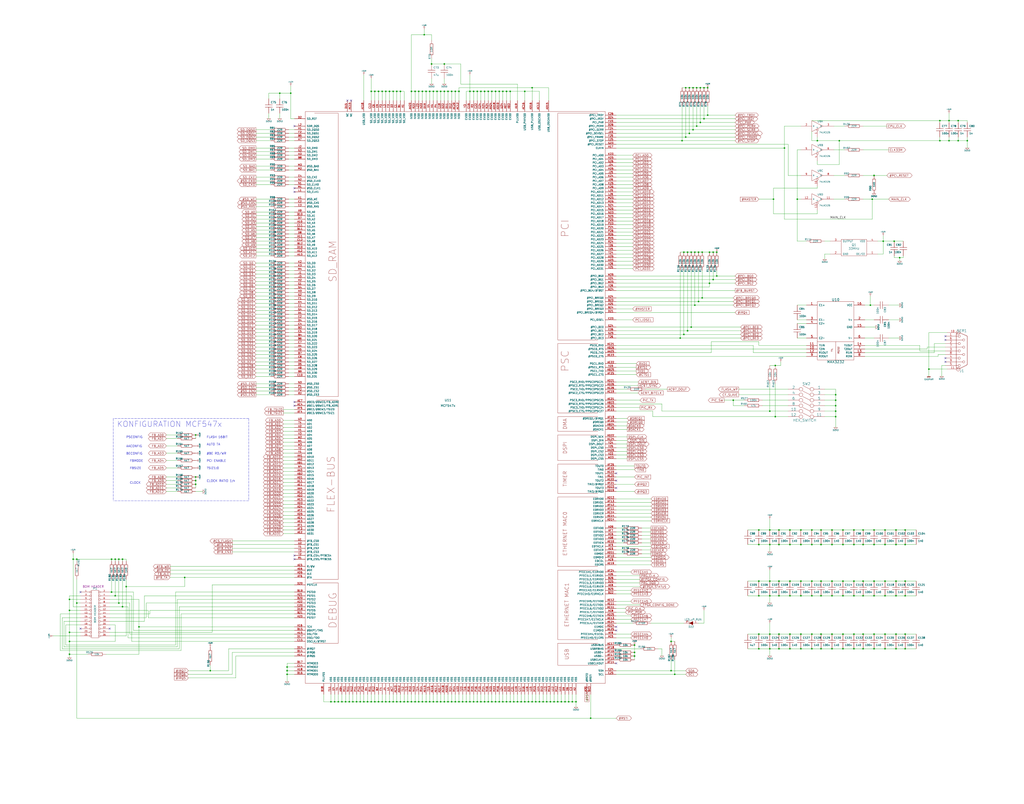
<source format=kicad_sch>
(kicad_sch (version 20230121) (generator eeschema)

  (uuid 7f39d348-6fb3-4e4a-a953-90153f04464f)

  (paper "User" 711.2 558.8)

  (title_block
    (title "FireBee1 Projekt")
    (date "3 mar 2010")
    (rev "1.00")
    (company "MCS Aschwanden")
  )

  

  (junction (at 482.6 212.09) (diameter 0) (color 0 0 0 0)
    (uuid 00f1f525-0bea-4f75-92ba-cd121a710d1d)
  )
  (junction (at 497.84 175.26) (diameter 0) (color 0 0 0 0)
    (uuid 017a3df2-0eb3-414c-8037-536dbe1f75c2)
  )
  (junction (at 548.64 378.46) (diameter 0) (color 0 0 0 0)
    (uuid 020361a4-55c9-4d19-b83e-ebc6774003b2)
  )
  (junction (at 255.27 487.68) (diameter 0) (color 0 0 0 0)
    (uuid 038548f6-35b6-4531-9c87-c2d4a7c52bd3)
  )
  (junction (at 548.64 403.86) (diameter 0) (color 0 0 0 0)
    (uuid 049cf9e4-aed8-4b94-9043-8d35f61ebd4a)
  )
  (junction (at 273.05 487.68) (diameter 0) (color 0 0 0 0)
    (uuid 04bfc874-e3a9-4abd-a106-adf2ff45df43)
  )
  (junction (at 480.06 175.26) (diameter 0) (color 0 0 0 0)
    (uuid 05dd4b2a-9fce-4eb9-a137-60aaa6e00ff6)
  )
  (junction (at 580.39 281.94) (diameter 0) (color 0 0 0 0)
    (uuid 0733e6dc-3f8c-43d8-98cb-d49615e55571)
  )
  (junction (at 361.95 487.68) (diameter 0) (color 0 0 0 0)
    (uuid 085b5cea-2fe3-4ed3-97fb-e6edf18b26af)
  )
  (junction (at 614.68 450.85) (diameter 0) (color 0 0 0 0)
    (uuid 09b35cdc-24a6-4cc2-865f-ba29e4c3ea99)
  )
  (junction (at 527.05 414.02) (diameter 0) (color 0 0 0 0)
    (uuid 0aa64192-5b36-4d1b-9c83-811ba0bfbbf8)
  )
  (junction (at 580.39 278.13) (diameter 0) (color 0 0 0 0)
    (uuid 0cc50af0-5ada-44a6-bdb0-b79480034519)
  )
  (junction (at 483.87 87.63) (diameter 0) (color 0 0 0 0)
    (uuid 0cdc6d37-975d-477d-b5e8-308a67f4168b)
  )
  (junction (at 326.39 63.5) (diameter 0) (color 0 0 0 0)
    (uuid 0da1b375-2eef-44e5-8315-09f02e16bba0)
  )
  (junction (at 534.67 285.75) (diameter 0) (color 0 0 0 0)
    (uuid 0fb9f2f9-f006-45f8-9cac-12e6a7e2fa0b)
  )
  (junction (at 232.41 487.68) (diameter 0) (color 0 0 0 0)
    (uuid 1017fe9c-f7b5-45e2-bed5-91c6d5cd31f9)
  )
  (junction (at 622.3 403.86) (diameter 0) (color 0 0 0 0)
    (uuid 10a48a88-b27a-4eec-bb9a-3ddfcf5a5167)
  )
  (junction (at 570.23 403.86) (diameter 0) (color 0 0 0 0)
    (uuid 1106a161-e6d2-442e-9979-abf1aa39ad03)
  )
  (junction (at 323.85 487.68) (diameter 0) (color 0 0 0 0)
    (uuid 13176e91-f378-4d75-9ae5-832969a70196)
  )
  (junction (at 628.65 450.85) (diameter 0) (color 0 0 0 0)
    (uuid 139cbeff-d9ef-45bf-b83e-11b18e9d2962)
  )
  (junction (at 585.47 368.3) (diameter 0) (color 0 0 0 0)
    (uuid 1490052b-f8e7-4c09-b405-1a0a9cf688bd)
  )
  (junction (at 331.47 487.68) (diameter 0) (color 0 0 0 0)
    (uuid 172b4f41-afce-4052-83d7-5fdc3432f99e)
  )
  (junction (at 585.47 378.46) (diameter 0) (color 0 0 0 0)
    (uuid 1742bb77-0cea-4575-a61d-988d59e26cef)
  )
  (junction (at 397.51 487.68) (diameter 0) (color 0 0 0 0)
    (uuid 176f2dfa-8888-4e13-be40-56b5a7a733c7)
  )
  (junction (at 585.47 440.69) (diameter 0) (color 0 0 0 0)
    (uuid 17ab357c-b267-4d26-94eb-a1c284cf716e)
  )
  (junction (at 607.06 440.69) (diameter 0) (color 0 0 0 0)
    (uuid 17d9a97e-3c0c-4bb4-ab99-39ac170de4e2)
  )
  (junction (at 135.89 336.55) (diameter 0) (color 0 0 0 0)
    (uuid 190c7b51-6fff-4d6f-9a06-64f4c8997e91)
  )
  (junction (at 556.26 414.02) (diameter 0) (color 0 0 0 0)
    (uuid 19267fba-4063-4bd6-94cd-385321a31549)
  )
  (junction (at 488.95 60.96) (diameter 0) (color 0 0 0 0)
    (uuid 1a328689-2f65-44c7-b5d8-fad7e2c5029a)
  )
  (junction (at 288.29 63.5) (diameter 0) (color 0 0 0 0)
    (uuid 1a4ac34d-9e45-4092-8908-20227bb3d0de)
  )
  (junction (at 580.39 274.32) (diameter 0) (color 0 0 0 0)
    (uuid 1bd65abd-ffa7-4d36-81ca-51e0f0b582ac)
  )
  (junction (at 563.88 403.86) (diameter 0) (color 0 0 0 0)
    (uuid 1c1d488c-b812-4726-8fa7-978bf2d2fc8f)
  )
  (junction (at 480.06 227.33) (diameter 0) (color 0 0 0 0)
    (uuid 1e1966cf-6219-47ec-896f-bf7410d27e80)
  )
  (junction (at 265.43 63.5) (diameter 0) (color 0 0 0 0)
    (uuid 1e3cd8d6-261b-49bc-9fbe-e782729bf11b)
  )
  (junction (at 622.3 414.02) (diameter 0) (color 0 0 0 0)
    (uuid 1e473289-45cd-44a2-9f3f-14815cdc62fe)
  )
  (junction (at 577.85 403.86) (diameter 0) (color 0 0 0 0)
    (uuid 1e6ff8cd-9a59-4a4f-8f50-1875b321d199)
  )
  (junction (at 48.26 454.66) (diameter 0) (color 0 0 0 0)
    (uuid 1f44c8eb-3c61-4893-8608-76c5901c344c)
  )
  (junction (at 487.68 175.26) (diameter 0) (color 0 0 0 0)
    (uuid 246b2d45-98b5-42e4-a6a3-bd3e1427d0bc)
  )
  (junction (at 374.65 487.68) (diameter 0) (color 0 0 0 0)
    (uuid 24e36540-44b7-4ddb-9427-4507fe9c2d3e)
  )
  (junction (at 194.31 64.77) (diameter 0) (color 0 0 0 0)
    (uuid 260ddb47-9d3f-4d86-a980-52fcda0ec9d2)
  )
  (junction (at 303.53 487.68) (diameter 0) (color 0 0 0 0)
    (uuid 28534305-e733-4dc4-b880-a5fb0fd9a918)
  )
  (junction (at 473.71 97.79) (diameter 0) (color 0 0 0 0)
    (uuid 28b9aca2-4fd4-46e2-842e-1b549ee1152d)
  )
  (junction (at 257.81 63.5) (diameter 0) (color 0 0 0 0)
    (uuid 29a50205-d06b-4a2b-8aaa-59518da4e13c)
  )
  (junction (at 311.15 63.5) (diameter 0) (color 0 0 0 0)
    (uuid 29dfa2b0-644b-449c-805d-e58e97095ac5)
  )
  (junction (at 556.26 368.3) (diameter 0) (color 0 0 0 0)
    (uuid 2a3b0c21-ab6a-4491-b0b9-e2c313ae2701)
  )
  (junction (at 607.06 450.85) (diameter 0) (color 0 0 0 0)
    (uuid 2a85d231-b72b-461d-8a97-a60937b3afbc)
  )
  (junction (at 593.09 440.69) (diameter 0) (color 0 0 0 0)
    (uuid 2b7404a4-1645-430a-b317-e3a00d6fa1e7)
  )
  (junction (at 477.52 229.87) (diameter 0) (color 0 0 0 0)
    (uuid 2ec62f6a-b26b-4a22-be86-cbe4a9e7b8ea)
  )
  (junction (at 294.64 24.13) (diameter 0) (color 0 0 0 0)
    (uuid 3070b2dd-3fad-4aa6-a48c-67e9a15aad95)
  )
  (junction (at 495.3 175.26) (diameter 0) (color 0 0 0 0)
    (uuid 30bfd552-aef1-4e35-a335-091dd4c2d0ad)
  )
  (junction (at 614.68 440.69) (diameter 0) (color 0 0 0 0)
    (uuid 311a20b9-044d-4a24-a0dc-ac6e2a0bb60e)
  )
  (junction (at 199.39 466.09) (diameter 0) (color 0 0 0 0)
    (uuid 31355d9c-6ef9-4347-9d9f-d305f3cbc494)
  )
  (junction (at 313.69 63.5) (diameter 0) (color 0 0 0 0)
    (uuid 3190866f-1695-4a05-ad95-fe04725e703c)
  )
  (junction (at 548.64 440.69) (diameter 0) (color 0 0 0 0)
    (uuid 326759ff-ab17-4ac2-92d4-71d1ca02f9f5)
  )
  (junction (at 605.79 138.43) (diameter 0) (color 0 0 0 0)
    (uuid 328a3d2e-6ac4-47ce-a051-02756d8123ec)
  )
  (junction (at 665.48 83.82) (diameter 0) (color 0 0 0 0)
    (uuid 3315b99f-0765-4df4-b6ad-465e7407f823)
  )
  (junction (at 260.35 63.5) (diameter 0) (color 0 0 0 0)
    (uuid 3615d094-023e-4890-94a3-8fe42e70f51b)
  )
  (junction (at 491.49 80.01) (diameter 0) (color 0 0 0 0)
    (uuid 36eb665e-d999-4dcc-ba9c-6c0531d86fa0)
  )
  (junction (at 534.67 414.02) (diameter 0) (color 0 0 0 0)
    (uuid 37d16c41-d258-4725-a5b8-b02ac7d11e92)
  )
  (junction (at 308.61 487.68) (diameter 0) (color 0 0 0 0)
    (uuid 37e9cafe-61db-4258-9d8f-c093c3585806)
  )
  (junction (at 48.26 445.77) (diameter 0) (color 0 0 0 0)
    (uuid 37ef2eed-63fa-4b13-a448-f75c14984803)
  )
  (junction (at 308.61 63.5) (diameter 0) (color 0 0 0 0)
    (uuid 3b4a2ad8-5019-4fbf-bfe4-5600096ee912)
  )
  (junction (at 563.88 368.3) (diameter 0) (color 0 0 0 0)
    (uuid 3b93e138-4b3b-46a8-b40c-2c50357f8bf8)
  )
  (junction (at 306.07 63.5) (diameter 0) (color 0 0 0 0)
    (uuid 3bb7deda-b06f-4a72-a990-72f2e9319dbc)
  )
  (junction (at 527.05 450.85) (diameter 0) (color 0 0 0 0)
    (uuid 3bb95749-8367-4873-8bc5-e1d5da0dfc6a)
  )
  (junction (at 316.23 487.68) (diameter 0) (color 0 0 0 0)
    (uuid 3c73d8b7-a9bf-435f-8058-c8a3faea940a)
  )
  (junction (at 331.47 63.5) (diameter 0) (color 0 0 0 0)
    (uuid 3d7fc037-bfe6-4f75-ad0b-dd133a901e70)
  )
  (junction (at 556.26 403.86) (diameter 0) (color 0 0 0 0)
    (uuid 3f121c3e-d667-4ab2-a0ed-0ee66b8fd307)
  )
  (junction (at 614.68 414.02) (diameter 0) (color 0 0 0 0)
    (uuid 3fa22daf-ff4d-4251-9c0b-0e9d35ffde56)
  )
  (junction (at 298.45 63.5) (diameter 0) (color 0 0 0 0)
    (uuid 3fac2a12-ac48-4d28-b4f8-25c82c57a469)
  )
  (junction (at 346.71 487.68) (diameter 0) (color 0 0 0 0)
    (uuid 404c27fa-e055-4ba3-8770-6412855a6006)
  )
  (junction (at 280.67 487.68) (diameter 0) (color 0 0 0 0)
    (uuid 40e47f43-412c-42ca-afcd-07f72a6f8420)
  )
  (junction (at 534.67 378.46) (diameter 0) (color 0 0 0 0)
    (uuid 42caeb9d-c9b0-448d-a29b-a787fc15119e)
  )
  (junction (at 392.43 487.68) (diameter 0) (color 0 0 0 0)
    (uuid 4341532b-4afb-4172-907c-12056a4dbc1d)
  )
  (junction (at 593.09 450.85) (diameter 0) (color 0 0 0 0)
    (uuid 44156366-e596-4b66-995e-7d9ff27cd33d)
  )
  (junction (at 364.49 487.68) (diameter 0) (color 0 0 0 0)
    (uuid 44b34370-4b56-49a6-a90a-d27918a8a217)
  )
  (junction (at 135.89 302.26) (diameter 0) (color 0 0 0 0)
    (uuid 46d0f15b-e020-48c1-b65e-8cde69dcb6b7)
  )
  (junction (at 577.85 450.85) (diameter 0) (color 0 0 0 0)
    (uuid 472d3f46-7ee2-4740-aa37-fa15e62721ab)
  )
  (junction (at 593.09 378.46) (diameter 0) (color 0 0 0 0)
    (uuid 47a06c34-9081-429d-b8e6-3f9a0f151ebf)
  )
  (junction (at 548.64 368.3) (diameter 0) (color 0 0 0 0)
    (uuid 49401c23-ba04-4b23-84da-ad8ed3a693c5)
  )
  (junction (at 599.44 414.02) (diameter 0) (color 0 0 0 0)
    (uuid 4996072a-56d7-454c-9eee-d47a89c93bf1)
  )
  (junction (at 541.02 368.3) (diameter 0) (color 0 0 0 0)
    (uuid 49aa6a77-40f0-4327-8d0d-162f20bfd71b)
  )
  (junction (at 468.63 468.63) (diameter 0) (color 0 0 0 0)
    (uuid 49eda942-6d4b-4a2e-b7c2-1bd7d2202be8)
  )
  (junction (at 82.55 419.1) (diameter 0) (color 0 0 0 0)
    (uuid 4b07e2c3-898f-4ab1-9c1e-99f59be1ae3e)
  )
  (junction (at 534.67 440.69) (diameter 0) (color 0 0 0 0)
    (uuid 4b621346-e1c8-45fc-8521-c49dce300483)
  )
  (junction (at 339.09 63.5) (diameter 0) (color 0 0 0 0)
    (uuid 4c139ead-5981-43ba-a9d8-9e69d746554f)
  )
  (junction (at 293.37 487.68) (diameter 0) (color 0 0 0 0)
    (uuid 4dc92221-569c-4258-b687-8d88666d95e9)
  )
  (junction (at 356.87 487.68) (diameter 0) (color 0 0 0 0)
    (uuid 4f8abd6a-39a9-4c76-9b07-f7466b783e15)
  )
  (junction (at 80.01 388.62) (diameter 0) (color 0 0 0 0)
    (uuid 4ffed71f-c9bb-4de7-a918-967abae1d008)
  )
  (junction (at 265.43 487.68) (diameter 0) (color 0 0 0 0)
    (uuid 5010ca4c-b327-4c5f-9256-be2ba8ec119a)
  )
  (junction (at 400.05 487.68) (diameter 0) (color 0 0 0 0)
    (uuid 50d4b45c-1112-43d4-b509-ae58fc37bab9)
  )
  (junction (at 607.06 403.86) (diameter 0) (color 0 0 0 0)
    (uuid 50e919ec-06fe-462e-b0ff-8b5a48a1dddd)
  )
  (junction (at 267.97 63.5) (diameter 0) (color 0 0 0 0)
    (uuid 5154f566-1770-4688-b28a-b4dfbd273306)
  )
  (junction (at 201.93 64.77) (diameter 0) (color 0 0 0 0)
    (uuid 520a9d4f-73c9-4198-80d5-c742934bbe96)
  )
  (junction (at 599.44 450.85) (diameter 0) (color 0 0 0 0)
    (uuid 5293deb1-72b7-4223-8902-171d54a81bae)
  )
  (junction (at 440.69 448.31) (diameter 0) (color 0 0 0 0)
    (uuid 52a28bee-f804-4386-ab34-f064278f204a)
  )
  (junction (at 472.44 234.95) (diameter 0) (color 0 0 0 0)
    (uuid 52d366ea-3f9d-4e0d-ae23-4758dd217d87)
  )
  (junction (at 285.75 487.68) (diameter 0) (color 0 0 0 0)
    (uuid 5304224b-1924-49d0-a622-9c0589fd5825)
  )
  (junction (at 476.25 60.96) (diameter 0) (color 0 0 0 0)
    (uuid 56742368-0365-4c33-9a2b-75630d5de471)
  )
  (junction (at 580.39 289.56) (diameter 0) (color 0 0 0 0)
    (uuid 56f87eac-3153-451d-b0c2-2710bb4332fb)
  )
  (junction (at 300.99 63.5) (diameter 0) (color 0 0 0 0)
    (uuid 57b698a1-ce43-4ff4-a19a-8d90f38da4b4)
  )
  (junction (at 476.25 95.25) (diameter 0) (color 0 0 0 0)
    (uuid 57f53969-c945-46b6-a464-4c5de24bef38)
  )
  (junction (at 622.3 378.46) (diameter 0) (color 0 0 0 0)
    (uuid 59161dfe-30fc-4fcd-a677-04a275f44154)
  )
  (junction (at 316.23 63.5) (diameter 0) (color 0 0 0 0)
    (uuid 5995447f-193c-4350-af39-580826504938)
  )
  (junction (at 349.25 487.68) (diameter 0) (color 0 0 0 0)
    (uuid 59c06d85-9907-47f8-b805-a4423f0f6be6)
  )
  (junction (at 486.41 85.09) (diameter 0) (color 0 0 0 0)
    (uuid 5af0e3a7-bd85-4a7d-bcdf-33ae12f5666e)
  )
  (junction (at 614.68 403.86) (diameter 0) (color 0 0 0 0)
    (uuid 5c7e0d80-b84d-4f97-bc8a-5175c73acd59)
  )
  (junction (at 541.02 440.69) (diameter 0) (color 0 0 0 0)
    (uuid 5ddbac3e-b4a1-4321-9d40-fa8b6ade6816)
  )
  (junction (at 257.81 487.68) (diameter 0) (color 0 0 0 0)
    (uuid 5ebd6bbe-7e7e-4e98-9f57-2cd86cefd465)
  )
  (junction (at 556.26 450.85) (diameter 0) (color 0 0 0 0)
    (uuid 5f222465-ee21-4807-a8cc-2041ca722160)
  )
  (junction (at 556.26 440.69) (diameter 0) (color 0 0 0 0)
    (uuid 5f68d40e-4633-4a6d-be61-d3f31c54c35c)
  )
  (junction (at 318.77 487.68) (diameter 0) (color 0 0 0 0)
    (uuid 5ff04223-748b-492c-93a9-8899382403c7)
  )
  (junction (at 593.09 368.3) (diameter 0) (color 0 0 0 0)
    (uuid 62281128-efed-4cfc-88eb-596efd30d229)
  )
  (junction (at 541.02 378.46) (diameter 0) (color 0 0 0 0)
    (uuid 62df8e87-2bad-4dcc-921c-a69dcacb2976)
  )
  (junction (at 275.59 487.68) (diameter 0) (color 0 0 0 0)
    (uuid 634f9abe-b62a-403f-baef-8598fc22c0ae)
  )
  (junction (at 577.85 368.3) (diameter 0) (color 0 0 0 0)
    (uuid 657476b7-f2b3-467b-b5e8-8a5a07413ce1)
  )
  (junction (at 311.15 487.68) (diameter 0) (color 0 0 0 0)
    (uuid 67d1c2d9-80aa-42ca-9a0b-344b22d85116)
  )
  (junction (at 570.23 440.69) (diameter 0) (color 0 0 0 0)
    (uuid 693d003b-af61-4d57-a5f5-bb3a3a356b17)
  )
  (junction (at 77.47 388.62) (diameter 0) (color 0 0 0 0)
    (uuid 6a2e0518-ccad-4350-91fb-0415cb829834)
  )
  (junction (at 303.53 63.5) (diameter 0) (color 0 0 0 0)
    (uuid 6b5859de-e9b0-462c-b296-4d9b1d28ac0a)
  )
  (junction (at 199.39 463.55) (diameter 0) (color 0 0 0 0)
    (uuid 6b5878f8-7793-4cfd-9b25-9e58961a982e)
  )
  (junction (at 48.26 424.18) (diameter 0) (color 0 0 0 0)
    (uuid 6cc98573-a23f-4497-a2d2-f559203d5f17)
  )
  (junction (at 538.48 254) (diameter 0) (color 0 0 0 0)
    (uuid 6d57945c-393d-4927-8ca7-b7644bb0724d)
  )
  (junction (at 622.3 440.69) (diameter 0) (color 0 0 0 0)
    (uuid 6e1a5e95-bb94-44b3-bf53-9c9a15890371)
  )
  (junction (at 250.19 487.68) (diameter 0) (color 0 0 0 0)
    (uuid 6e2e24e2-9713-4a40-8f81-7f79930cf251)
  )
  (junction (at 488.95 82.55) (diameter 0) (color 0 0 0 0)
    (uuid 6ecfd565-3263-4162-96dc-4a108cb66081)
  )
  (junction (at 135.89 334.01) (diameter 0) (color 0 0 0 0)
    (uuid 70663965-4d2b-4630-a432-4d1f642570f3)
  )
  (junction (at 328.93 487.68) (diameter 0) (color 0 0 0 0)
    (uuid 71e45dba-3b23-4761-9d87-ce288b699295)
  )
  (junction (at 577.85 378.46) (diameter 0) (color 0 0 0 0)
    (uuid 730d3071-3a9c-42e2-be72-12155ae66be2)
  )
  (junction (at 270.51 487.68) (diameter 0) (color 0 0 0 0)
    (uuid 730f0c88-d4b1-4696-b19a-ba65185ff6e4)
  )
  (junction (at 478.79 92.71) (diameter 0) (color 0 0 0 0)
    (uuid 7391a68f-c963-45a9-a502-e43d65858e1b)
  )
  (junction (at 548.64 414.02) (diameter 0) (color 0 0 0 0)
    (uuid 75bffb4c-cf05-4f63-af6e-f098da057608)
  )
  (junction (at 367.03 487.68) (diameter 0) (color 0 0 0 0)
    (uuid 77005176-1126-4383-a860-98d4d6666a8c)
  )
  (junction (at 321.31 487.68) (diameter 0) (color 0 0 0 0)
    (uuid 780db88d-9a0b-4c8d-b87c-125e8a53bf90)
  )
  (junction (at 599.44 403.86) (diameter 0) (color 0 0 0 0)
    (uuid 78dc1247-cf18-4125-a49a-8a357a9e6157)
  )
  (junction (at 328.93 63.5) (diameter 0) (color 0 0 0 0)
    (uuid 7954a87a-ddc2-4c62-9a41-b5658390265a)
  )
  (junction (at 466.09 445.77) (diameter 0) (color 0 0 0 0)
    (uuid 7a423dfc-9704-4b93-bd4b-9182ab95feeb)
  )
  (junction (at 538.48 289.56) (diameter 0) (color 0 0 0 0)
    (uuid 7aa0c553-d98c-4613-9bcd-f334bd9ddc9b)
  )
  (junction (at 585.47 450.85) (diameter 0) (color 0 0 0 0)
    (uuid 7b7305c2-6c60-4dcf-a18a-8c1059131979)
  )
  (junction (at 334.01 63.5) (diameter 0) (color 0 0 0 0)
    (uuid 7b9b4a13-b05a-4a76-bcd8-b07c48447c7c)
  )
  (junction (at 237.49 487.68) (diameter 0) (color 0 0 0 0)
    (uuid 7bd88c6a-004a-48b1-b593-4d4f540045ad)
  )
  (junction (at 240.03 487.68) (diameter 0) (color 0 0 0 0)
    (uuid 7c56cb97-af64-4028-be16-05e6a959fb00)
  )
  (junction (at 604.52 212.09) (diameter 0) (color 0 0 0 0)
    (uuid 7d46c7c0-6611-4d6f-9469-fd51928317f7)
  )
  (junction (at 336.55 63.5) (diameter 0) (color 0 0 0 0)
    (uuid 7d7b909c-f5db-4032-8390-b1583029a96c)
  )
  (junction (at 628.65 414.02) (diameter 0) (color 0 0 0 0)
    (uuid 7dd8d443-1c27-48a8-a99f-17cad6b12b69)
  )
  (junction (at 652.78 97.79) (diameter 0) (color 0 0 0 0)
    (uuid 7e3ef6c2-8a1c-4d93-b1a0-70c226cd9b15)
  )
  (junction (at 135.89 331.47) (diameter 0) (color 0 0 0 0)
    (uuid 7e40c5c1-0a83-485b-9e91-fb16dbb34804)
  )
  (junction (at 509.27 278.13) (diameter 0) (color 0 0 0 0)
    (uuid 7e91aaf3-8a66-473b-9525-b0fe81018235)
  )
  (junction (at 485.14 209.55) (diameter 0) (color 0 0 0 0)
    (uuid 7ee2a03b-4e03-4d4a-97e2-6a59aa4e82a7)
  )
  (junction (at 466.09 466.09) (diameter 0) (color 0 0 0 0)
    (uuid 7f691703-2032-4050-83bf-51b2de81a64b)
  )
  (junction (at 487.68 207.01) (diameter 0) (color 0 0 0 0)
    (uuid 81586ecd-aa10-4e81-af3b-8bfa0c104ecc)
  )
  (junction (at 534.67 450.85) (diameter 0) (color 0 0 0 0)
    (uuid 816e8d51-9673-45b9-8cb9-7d5da1a0fb8f)
  )
  (junction (at 48.26 416.56) (diameter 0) (color 0 0 0 0)
    (uuid 81cea411-3b0e-436a-ba57-b62e7d49c0b7)
  )
  (junction (at 599.44 440.69) (diameter 0) (color 0 0 0 0)
    (uuid 81f37ca8-041f-4d1e-acdd-26eb92ee3f19)
  )
  (junction (at 652.78 83.82) (diameter 0) (color 0 0 0 0)
    (uuid 82cfae53-3058-4e4f-9377-a3ff9e328979)
  )
  (junction (at 260.35 487.68) (diameter 0) (color 0 0 0 0)
    (uuid 83303b8f-09cc-449d-8dd5-662305acbf27)
  )
  (junction (at 199.39 468.63) (diameter 0) (color 0 0 0 0)
    (uuid 85395c84-8b68-4f7c-95fc-d6328806517d)
  )
  (junction (at 369.57 487.68) (diameter 0) (color 0 0 0 0)
    (uuid 88feb9de-2b55-4545-a3f5-79fcedc68fb1)
  )
  (junction (at 553.72 138.43) (diameter 0) (color 0 0 0 0)
    (uuid 8a02a91a-3823-4ece-beee-ac294af4c06d)
  )
  (junction (at 585.47 403.86) (diameter 0) (color 0 0 0 0)
    (uuid 8a22b172-b378-4b25-beaa-10c791ffdd82)
  )
  (junction (at 262.89 63.5) (diameter 0) (color 0 0 0 0)
    (uuid 8bc315c1-d9af-4ce9-a0a1-6aefa8cb2327)
  )
  (junction (at 582.93 97.79) (diameter 0) (color 0 0 0 0)
    (uuid 8bf49bf5-5110-44a0-b951-22de5664f771)
  )
  (junction (at 372.11 487.68) (diameter 0) (color 0 0 0 0)
    (uuid 8ca0708e-1f90-452e-b203-312fecb71052)
  )
  (junction (at 77.47 411.48) (diameter 0) (color 0 0 0 0)
    (uuid 8f41e14e-e452-4a3a-9c3e-8088515ba1fa)
  )
  (junction (at 607.06 378.46) (diameter 0) (color 0 0 0 0)
    (uuid 91ed4ba1-8239-4c0e-ae02-d6c4c6cabff5)
  )
  (junction (at 440.69 455.93) (diameter 0) (color 0 0 0 0)
    (uuid 93be43db-cfc7-4ed5-987c-44c544cec065)
  )
  (junction (at 481.33 90.17) (diameter 0) (color 0 0 0 0)
    (uuid 9703960f-8f7d-4c13-95cb-a47961dd6861)
  )
  (junction (at 306.07 487.68) (diameter 0) (color 0 0 0 0)
    (uuid 97f5f1e2-2f0a-4e40-8cad-3761b44095a2)
  )
  (junction (at 349.25 63.5) (diameter 0) (color 0 0 0 0)
    (uuid 98356c7c-fbfd-4336-86d0-ba40d73f5e0b)
  )
  (junction (at 607.06 368.3) (diameter 0) (color 0 0 0 0)
    (uuid 9883f6f5-1baa-44cc-8291-c7ec5acfb117)
  )
  (junction (at 339.09 487.68) (diameter 0) (color 0 0 0 0)
    (uuid 9aae4450-bbe1-48de-b3e5-8481822b6d0d)
  )
  (junction (at 53.34 419.1) (diameter 0) (color 0 0 0 0)
    (uuid 9c0683ab-c553-4fd7-ab2f-1bfbe240b290)
  )
  (junction (at 288.29 487.68) (diameter 0) (color 0 0 0 0)
    (uuid 9c128e44-fe2b-40b6-bc47-0db48b880472)
  )
  (junction (at 96.52 435.61) (diameter 0) (color 0 0 0 0)
    (uuid 9f61350c-902d-4f5b-bd16-b69545443391)
  )
  (junction (at 336.55 487.68) (diameter 0) (color 0 0 0 0)
    (uuid a03eac7c-ff71-4d41-9157-a63e57068b08)
  )
  (junction (at 283.21 487.68) (diameter 0) (color 0 0 0 0)
    (uuid a18089a5-3836-4d2e-9aa4-d09cbd114320)
  )
  (junction (at 563.88 440.69) (diameter 0) (color 0 0 0 0)
    (uuid a19691f5-d85f-4ca3-9b46-7e290861f94c)
  )
  (junction (at 599.44 368.3) (diameter 0) (color 0 0 0 0)
    (uuid a19c3750-3c8a-40bb-a1d5-d933cda59a66)
  )
  (junction (at 541.02 450.85) (diameter 0) (color 0 0 0 0)
    (uuid a1a62631-0ff1-4254-86cb-9b93263dfef5)
  )
  (junction (at 354.33 63.5) (diameter 0) (color 0 0 0 0)
    (uuid a2def70c-8fb7-4dba-b8ba-51eb6d07f08a)
  )
  (junction (at 613.41 167.64) (diameter 0) (color 0 0 0 0)
    (uuid a2f26081-858e-469b-a4fd-c9bc46897660)
  )
  (junction (at 377.19 487.68) (diameter 0) (color 0 0 0 0)
    (uuid a708f94a-3c4f-4464-bd0b-4bf6a2cb0f90)
  )
  (junction (at 556.26 378.46) (diameter 0) (color 0 0 0 0)
    (uuid a9024c6e-5360-4987-9b18-2f9a891a5804)
  )
  (junction (at 474.98 232.41) (diameter 0) (color 0 0 0 0)
    (uuid a93e9b9f-4038-400a-9f91-a77c72621d39)
  )
  (junction (at 577.85 440.69) (diameter 0) (color 0 0 0 0)
    (uuid a96ac537-c323-4400-9f9d-3d5a3141ec69)
  )
  (junction (at 369.57 60.96) (diameter 0) (color 0 0 0 0)
    (uuid a97ddb8e-9321-4759-a4bc-2a86410f2cfe)
  )
  (junction (at 341.63 63.5) (diameter 0) (color 0 0 0 0)
    (uuid aa527c74-3696-4956-b111-718033f48aa5)
  )
  (junction (at 267.97 487.68) (diameter 0) (color 0 0 0 0)
    (uuid ac09f880-81b4-43af-8194-5a44c8711818)
  )
  (junction (at 382.27 487.68) (diameter 0) (color 0 0 0 0)
    (uuid adebbb3c-b361-408d-ab25-89cef7fe7bb1)
  )
  (junction (at 334.01 487.68) (diameter 0) (color 0 0 0 0)
    (uuid aeebdb1e-7106-444b-ba22-c27179cb1089)
  )
  (junction (at 440.69 453.39) (diameter 0) (color 0 0 0 0)
    (uuid af518758-23d8-4113-9a52-49ba9fa91351)
  )
  (junction (at 567.69 97.79) (diameter 0) (color 0 0 0 0)
    (uuid aff885ff-208d-46bd-a442-01ec2a0daadd)
  )
  (junction (at 410.21 499.11) (diameter 0) (color 0 0 0 0)
    (uuid b061ac41-4653-4f07-8d49-6e1f705687c3)
  )
  (junction (at 541.02 403.86) (diameter 0) (color 0 0 0 0)
    (uuid b1dc77d9-68fd-484b-9469-f210b0959aa6)
  )
  (junction (at 537.21 138.43) (diameter 0) (color 0 0 0 0)
    (uuid b23ceaeb-5df7-4357-a56a-626b118147a1)
  )
  (junction (at 354.33 487.68) (diameter 0) (color 0 0 0 0)
    (uuid b2c436d7-e0e8-448d-adcc-5aed5e871d70)
  )
  (junction (at 491.49 60.96) (diameter 0) (color 0 0 0 0)
    (uuid b3296a35-307c-4504-80e6-4490c61a1df5)
  )
  (junction (at 300.99 487.68) (diameter 0) (color 0 0 0 0)
    (uuid b356dbbc-008a-4ed2-911d-206a10a862da)
  )
  (junction (at 607.06 414.02) (diameter 0) (color 0 0 0 0)
    (uuid b43d03fa-6f4d-4ee5-a5e3-d6bb2c509bfb)
  )
  (junction (at 346.71 63.5) (diameter 0) (color 0 0 0 0)
    (uuid b476a718-580a-4301-a4f0-24823f8efb2c)
  )
  (junction (at 628.65 403.86) (diameter 0) (color 0 0 0 0)
    (uuid b4fa82a1-4a62-41dc-b6a2-a6999f42b537)
  )
  (junction (at 495.3 194.31) (diameter 0) (color 0 0 0 0)
    (uuid b50eca57-cb00-4d9b-8708-352981c43bb1)
  )
  (junction (at 344.17 63.5) (diameter 0) (color 0 0 0 0)
    (uuid b569d7b4-566a-4610-bd91-f8311af96cda)
  )
  (junction (at 478.79 60.96) (diameter 0) (color 0 0 0 0)
    (uuid b729587a-94f0-4122-b8e4-636359236f6c)
  )
  (junction (at 87.63 407.67) (diameter 0) (color 0 0 0 0)
    (uuid b9f1eeba-e7a0-4203-a23c-a97c0e06fba5)
  )
  (junction (at 53.34 388.62) (diameter 0) (color 0 0 0 0)
    (uuid bb907fa3-49ed-429d-bbfd-a8c3fd8a1402)
  )
  (junction (at 290.83 63.5) (diameter 0) (color 0 0 0 0)
    (uuid bd3992f6-6644-4c36-a46e-730a641243ca)
  )
  (junction (at 128.27 401.32) (diameter 0) (color 0 0 0 0)
    (uuid be68a34d-aa70-4c80-a36c-45375fc8141c)
  )
  (junction (at 278.13 63.5) (diameter 0) (color 0 0 0 0)
    (uuid c159b2ea-87fe-4401-846a-6dd25a313219)
  )
  (junction (at 527.05 378.46) (diameter 0) (color 0 0 0 0)
    (uuid c22be053-5831-48a8-95c6-e5d2ad466d4a)
  )
  (junction (at 577.85 414.02) (diameter 0) (color 0 0 0 0)
    (uuid c55645fd-be8f-4065-955c-527bbb73452a)
  )
  (junction (at 527.05 403.86) (diameter 0) (color 0 0 0 0)
    (uuid c57cfa0f-27a6-44d9-932a-d3e5873b76c7)
  )
  (junction (at 234.95 487.68) (diameter 0) (color 0 0 0 0)
    (uuid c5f7abdd-b4dd-447d-af76-e458d93c3679)
  )
  (junction (at 482.6 175.26) (diameter 0) (color 0 0 0 0)
    (uuid c6448609-4f98-4d23-9c46-4f2eb89d0afd)
  )
  (junction (at 146.05 466.09) (diameter 0) (color 0 0 0 0)
    (uuid c7acff6d-6df6-4449-a695-49e8b1ace144)
  )
  (junction (at 308.61 44.45) (diameter 0) (color 0 0 0 0)
    (uuid c834310e-8d51-40cc-b79e-c4404d8a9b80)
  )
  (junction (at 548.64 450.85) (diameter 0) (color 0 0 0 0)
    (uuid ca7c18f2-e2e3-45d0-a4a1-370dafb6a626)
  )
  (junction (at 563.88 450.85) (diameter 0) (color 0 0 0 0)
    (uuid cadb5116-7d57-4f96-b805-9de54d44e002)
  )
  (junction (at 486.41 60.96) (diameter 0) (color 0 0 0 0)
    (uuid cafbfcbc-78ac-42a3-bb0e-79d0ea6aba10)
  )
  (junction (at 624.84 179.07) (diameter 0) (color 0 0 0 0)
    (uuid cb1d2d55-1750-4775-954d-9ba4efa91aec)
  )
  (junction (at 270.51 63.5) (diameter 0) (color 0 0 0 0)
    (uuid cb44b14b-4a10-4214-a1f3-334da6363d73)
  )
  (junction (at 262.89 487.68) (diameter 0) (color 0 0 0 0)
    (uuid cc1720f4-d3ba-4ad1-8d93-c7e1f6306530)
  )
  (junction (at 384.81 487.68) (diameter 0) (color 0 0 0 0)
    (uuid ccdfd844-52cb-446f-a81a-74ccf3afe5d0)
  )
  (junction (at 298.45 487.68) (diameter 0) (color 0 0 0 0)
    (uuid cd4c2599-7796-4402-9373-790e228e9562)
  )
  (junction (at 563.88 414.02) (diameter 0) (color 0 0 0 0)
    (uuid cf1135db-d45a-41f4-bf8a-0156210bb570)
  )
  (junction (at 645.16 256.54) (diameter 0) (color 0 0 0 0)
    (uuid cf962ff7-1e1a-4b40-9b01-b17c009ae383)
  )
  (junction (at 621.03 167.64) (diameter 0) (color 0 0 0 0)
    (uuid cfb10f07-29cc-4f58-bc63-387b7de3d7e1)
  )
  (junction (at 379.73 487.68) (diameter 0) (color 0 0 0 0)
    (uuid d0c24778-065e-4158-a065-5fef628f4ad0)
  )
  (junction (at 570.23 414.02) (diameter 0) (color 0 0 0 0)
    (uuid d171d5cc-7639-4ba6-9693-412713dfa460)
  )
  (junction (at 534.67 368.3) (diameter 0) (color 0 0 0 0)
    (uuid d34ee053-0132-4f2e-b425-1d528d978aa2)
  )
  (junction (at 394.97 487.68) (diameter 0) (color 0 0 0 0)
    (uuid d53a2fea-8adf-4b90-aa86-40957819c25b)
  )
  (junction (at 570.23 368.3) (diameter 0) (color 0 0 0 0)
    (uuid d67dbb38-0a9b-448d-8825-5fcf827091b5)
  )
  (junction (at 527.05 368.3) (diameter 0) (color 0 0 0 0)
    (uuid d70ca35e-1a5b-4f97-b119-ecbb45266959)
  )
  (junction (at 534.67 403.86) (diameter 0) (color 0 0 0 0)
    (uuid d71a59c7-e837-4c75-9c12-0a2b890138dc)
  )
  (junction (at 48.26 439.42) (diameter 0) (color 0 0 0 0)
    (uuid d850d220-6c9c-4c36-bd20-48c63d2b45ea)
  )
  (junction (at 359.41 487.68) (diameter 0) (color 0 0 0 0)
    (uuid d8bd579a-00a3-49e2-b347-66dcdc217c0a)
  )
  (junction (at 599.44 378.46) (diameter 0) (color 0 0 0 0)
    (uuid d8ff0475-36e4-427c-a89d-27b46a27f78f)
  )
  (junction (at 481.33 60.96) (diameter 0) (color 0 0 0 0)
    (uuid d9fd2026-6484-432b-8942-a03f0b3ba72a)
  )
  (junction (at 351.79 487.68) (diameter 0) (color 0 0 0 0)
    (uuid da7230e3-0e9b-4895-b88b-f132fda4d661)
  )
  (junction (at 85.09 421.64) (diameter 0) (color 0 0 0 0)
    (uuid dc0fcdd0-2192-4c3f-b860-80265c34b5ca)
  )
  (junction (at 544.83 102.87) (diameter 0) (color 0 0 0 0)
    (uuid dc2b7934-2054-4a63-87c7-3dd3143f6021)
  )
  (junction (at 229.87 487.68) (diameter 0) (color 0 0 0 0)
    (uuid dc97789b-0899-4fc2-beb4-2a62eccb9c10)
  )
  (junction (at 278.13 487.68) (diameter 0) (color 0 0 0 0)
    (uuid dd18bfb5-5b91-4370-b2a4-1e91ac1a045f)
  )
  (junction (at 477.52 175.26) (diameter 0) (color 0 0 0 0)
    (uuid dd1befa6-56b0-4909-9888-df5fd23e2eb0)
  )
  (junction (at 622.3 450.85) (diameter 0) (color 0 0 0 0)
    (uuid dd3f2133-04ca-4740-a866-6ca68c739cf8)
  )
  (junction (at 351.79 63.5) (diameter 0) (color 0 0 0 0)
    (uuid dd5aa3e2-2a71-4ee0-ba74-fa443a9a0f54)
  )
  (junction (at 622.3 368.3) (diameter 0) (color 0 0 0 0)
    (uuid ddb4f633-98c4-4a64-9c41-b06131131bc8)
  )
  (junction (at 492.76 175.26) (diameter 0) (color 0 0 0 0)
    (uuid de2ff213-905a-4433-9c65-931b37e9b34a)
  )
  (junction (at 318.77 63.5) (diameter 0) (color 0 0 0 0)
    (uuid df7bdf6f-58f5-4b25-8cdf-a0a773a00bee)
  )
  (junction (at 671.83 97.79) (diameter 0) (color 0 0 0 0)
    (uuid df8b3ce9-0bc1-44c9-b75c-b1dbce346fb8)
  )
  (junction (at 497.84 191.77) (diameter 0) (color 0 0 0 0)
    (uuid dffba984-a188-4d0f-aa3d-ed132dfcbeed)
  )
  (junction (at 628.65 440.69) (diameter 0) (color 0 0 0 0)
    (uuid e0f7f5a3-6bbf-471b-a3d2-e7b7c1bf1d0b)
  )
  (junction (at 273.05 63.5) (diameter 0) (color 0 0 0 0)
    (uuid e1a815a5-f0be-4dd4-b50c-6e7214b13937)
  )
  (junction (at 665.48 97.79) (diameter 0) (color 0 0 0 0)
    (uuid e2289970-e384-4172-922e-01ce94a16252)
  )
  (junction (at 387.35 487.68) (diameter 0) (color 0 0 0 0)
    (uuid e29d0b92-4497-4946-8ff6-2bc1ce509a27)
  )
  (junction (at 614.68 368.3) (diameter 0) (color 0 0 0 0)
    (uuid e4045a18-d7b1-4a66-8dd0-4023e6afa793)
  )
  (junction (at 245.11 487.68) (diameter 0) (color 0 0 0 0)
    (uuid e41fd65f-2e9c-4d80-839a-2ff428f5f182)
  )
  (junction (at 295.91 487.68) (diameter 0) (color 0 0 0 0)
    (uuid e4270c92-b622-4a18-8336-299cc09bf8e0)
  )
  (junction (at 541.02 414.02) (diameter 0) (color 0 0 0 0)
    (uuid e4510f02-6f8d-4c5e-89d8-b4b2f3aa8020)
  )
  (junction (at 344.17 487.68) (diameter 0) (color 0 0 0 0)
    (uuid e47aa5f9-d514-43b7-a5f1-3ab6f874c799)
  )
  (junction (at 585.47 414.02) (diameter 0) (color 0 0 0 0)
    (uuid e487f706-f8f7-47ce-b63d-e20cb70a9602)
  )
  (junction (at 85.09 388.62) (diameter 0) (color 0 0 0 0)
    (uuid e564fa08-5747-44c2-b2a3-1f052ed975de)
  )
  (junction (at 628.65 378.46) (diameter 0) (color 0 0 0 0)
    (uuid e5742d96-8e48-4e77-b794-ea7e277dd956)
  )
  (junction (at 474.98 175.26) (diameter 0) (color 0 0 0 0)
    (uuid e8674554-4170-4f89-9134-7a3779077e47)
  )
  (junction (at 492.76 196.85) (diameter 0) (color 0 0 0 0)
    (uuid e917c543-f2ec-4198-9041-366a8221d3bf)
  )
  (junction (at 299.72 44.45) (diameter 0) (color 0 0 0 0)
    (uuid e9a5af9b-b31a-4b20-b3c8-14ad297b3a95)
  )
  (junction (at 483.87 60.96) (diameter 0) (color 0 0 0 0)
    (uuid ea505764-e8bf-4133-b8ba-dd03959a9482)
  )
  (junction (at 607.06 121.92) (diameter 0) (color 0 0 0 0)
    (uuid eb96af01-738a-404c-8ef8-dc9b23734c75)
  )
  (junction (at 252.73 487.68) (diameter 0) (color 0 0 0 0)
    (uuid ebe27962-0654-434b-9b37-ece044ebe690)
  )
  (junction (at 80.01 414.02) (diameter 0) (color 0 0 0 0)
    (uuid ece24a0e-8458-4aaa-997d-65164b2e2b5c)
  )
  (junction (at 285.75 63.5) (diameter 0) (color 0 0 0 0)
    (uuid ee51fde1-df8d-4066-a5bf-66f36c984e36)
  )
  (junction (at 247.65 487.68) (diameter 0) (color 0 0 0 0)
    (uuid ef62b506-7ac3-4588-b84d-3b55d3d5506e)
  )
  (junction (at 389.89 487.68) (diameter 0) (color 0 0 0 0)
    (uuid ef6697d1-51a9-4ecb-9a0b-513e21f4e254)
  )
  (junction (at 593.09 403.86) (diameter 0) (color 0 0 0 0)
    (uuid f13fe566-3ba5-46dd-8916-8893706a81a1)
  )
  (junction (at 659.13 83.82) (diameter 0) (color 0 0 0 0)
    (uuid f2555508-542a-4a3c-8609-3b4a3c4aecff)
  )
  (junction (at 563.88 378.46) (diameter 0) (color 0 0 0 0)
    (uuid f29f4101-6181-4028-9d54-11a686f76808)
  )
  (junction (at 242.57 487.68) (diameter 0) (color 0 0 0 0)
    (uuid f2cf99eb-b5d3-46e0-bc58-0efa408c09d0)
  )
  (junction (at 50.8 388.62) (diameter 0) (color 0 0 0 0)
    (uuid f2dd348a-d2f3-4412-82fa-16d30db67f86)
  )
  (junction (at 527.05 440.69) (diameter 0) (color 0 0 0 0)
    (uuid f41cb356-89fb-4102-bbd2-c0d81baccd85)
  )
  (junction (at 628.65 368.3) (diameter 0) (color 0 0 0 0)
    (uuid f5f3c8c8-0c10-4830-a752-80a37a504a80)
  )
  (junction (at 275.59 63.5) (diameter 0) (color 0 0 0 0)
    (uuid f63299e7-1b3f-4d74-b2a1-af19359f5d26)
  )
  (junction (at 593.09 414.02) (diameter 0) (color 0 0 0 0)
    (uuid f6ec4f82-452d-45b3-9a4d-777de792ebc7)
  )
  (junction (at 580.39 285.75) (diameter 0) (color 0 0 0 0)
    (uuid f76bf7de-a168-48ba-841f-7679d178d51d)
  )
  (junction (at 295.91 63.5) (diameter 0) (color 0 0 0 0)
    (uuid f7fd673a-2523-4af5-becd-e1c69d0609b2)
  )
  (junction (at 82.55 388.62) (diameter 0) (color 0 0 0 0)
    (uuid f86a7d99-7b5f-43e9-8b9e-3e1c6499a979)
  )
  (junction (at 570.23 450.85) (diameter 0) (color 0 0 0 0)
    (uuid f87f326d-8de8-4168-a0b1-5d09115f073f)
  )
  (junction (at 293.37 63.5) (diameter 0) (color 0 0 0 0)
    (uuid f95646aa-81a8-4240-88e0-48b95d0cd933)
  )
  (junction (at 570.23 378.46) (diameter 0) (color 0 0 0 0)
    (uuid f9fa1b12-6467-412e-8663-a1c8fb37549f)
  )
  (junction (at 290.83 487.68) (diameter 0) (color 0 0 0 0)
    (uuid fa9b57ca-2f70-4788-870e-fef9e6485540)
  )
  (junction (at 364.49 63.5) (diameter 0) (color 0 0 0 0)
    (uuid fb9a2b21-4c74-4221-a2a9-314f645d775b)
  )
  (junction (at 614.68 378.46) (diameter 0) (color 0 0 0 0)
    (uuid fbe97de7-3edf-4735-b1cc-e2b450adb1e7)
  )
  (junction (at 341.63 487.68) (diameter 0) (color 0 0 0 0)
    (uuid fc423567-f56b-4ffe-8bed-697ee6056127)
  )
  (junction (at 485.14 175.26) (diameter 0) (color 0 0 0 0)
    (uuid ff00adf2-40fb-4ae9-93ab-0887a6b41f3f)
  )
  (junction (at 326.39 487.68) (diameter 0) (color 0 0 0 0)
    (uuid ff7851d5-8ace-47f8-8da5-b5b42e610b3b)
  )
  (junction (at 313.69 487.68) (diameter 0) (color 0 0 0 0)
    (uuid ff9d503f-1ea1-4e07-a2b5-186d433b7bfb)
  )
  (junction (at 659.13 97.79) (diameter 0) (color 0 0 0 0)
    (uuid ffdb197e-1efe-47ba-b9a2-8b0c93b980b3)
  )

  (no_connect (at 204.47 133.35) (uuid 08dce8a0-50ec-4156-bd74-a439785a0c4d))
  (no_connect (at 656.59 236.22) (uuid 2101f02b-c560-4dab-a982-1d00f2a343fe))
  (no_connect (at 427.99 438.15) (uuid 2b66eb01-afa6-4180-86e5-6d7223e5b2d9))
  (no_connect (at 241.3 69.85) (uuid 4505ccff-ff84-4738-b911-27de6af86143))
  (no_connect (at 55.88 436.88) (uuid 456da064-b196-4dc0-9d42-1b9b0c1841cd))
  (no_connect (at 656.59 251.46) (uuid 49b4aa64-4115-4c36-b47a-24ebe097ef71))
  (no_connect (at 656.59 248.92) (uuid 532ffcec-a067-432e-a8b2-9ae2c78eb182))
  (no_connect (at 76.2 436.88) (uuid 5797b704-a2dd-4e05-8cca-02f15768ba12))
  (no_connect (at 204.47 388.62) (uuid 6468e0c1-e0e4-4fa4-9d07-a25accd0bb4e))
  (no_connect (at 427.99 334.01) (uuid 679bd8c6-837c-4893-a73c-ecf75babce42))
  (no_connect (at 427.99 435.61) (uuid 6e93fead-9236-4edc-988a-22db5612753b))
  (no_connect (at 204.47 279.4) (uuid 7c8eb59b-c4dd-4e14-ba03-61d3cd938f20))
  (no_connect (at 204.47 281.94) (uuid 815ec8b7-e5bf-4d86-ac84-9e0850d1079d))
  (no_connect (at 204.47 87.63) (uuid 998d3712-8e92-4bd6-9088-b9d121cf9bc9))
  (no_connect (at 427.99 461.01) (uuid a8d297fd-20f6-4668-bbb0-198e284d3e96))
  (no_connect (at 427.99 339.09) (uuid d2a99749-053f-4252-a83f-5097318651bd))
  (no_connect (at 243.84 69.85) (uuid d3b8af8d-f569-47da-b6f4-b478f788fd62))
  (no_connect (at 55.88 411.48) (uuid d6637340-3887-48b9-bb0b-1230ebcbd33b))
  (no_connect (at 204.47 386.08) (uuid e12bf1af-6aef-48d9-a262-4bc5624ed3ba))
  (no_connect (at 656.59 233.68) (uuid e7a88ae9-4c6c-4b32-a0eb-8ce2acbcae28))
  (no_connect (at 427.99 328.93) (uuid ef6fd5e7-1902-4700-b9b4-68dd2153bc49))
  (no_connect (at 204.47 130.81) (uuid fceccacd-3f64-4f7e-9bad-c5453b1e2794))

  (wire (pts (xy 177.8 251.46) (xy 187.96 251.46))
    (stroke (width 0) (type default))
    (uuid 0037d184-c70e-4e08-b420-95895575d458)
  )
  (polyline (pts (xy 172.72 290.83) (xy 78.74 290.83))
    (stroke (width 0) (type dash))
    (uuid 003c580e-222d-4d16-89e7-d4f803db28f6)
  )

  (wire (pts (xy 196.85 358.14) (xy 204.47 358.14))
    (stroke (width 0) (type default))
    (uuid 00489638-9142-49c7-af63-925249409f36)
  )
  (wire (pts (xy 514.35 234.95) (xy 472.44 234.95))
    (stroke (width 0) (type default))
    (uuid 0080695e-155b-48a2-b751-c054aa77fd45)
  )
  (wire (pts (xy 452.12 379.73) (xy 427.99 379.73))
    (stroke (width 0) (type default))
    (uuid 0192a80e-ac7f-434b-9883-3a887d37fc36)
  )
  (wire (pts (xy 476.25 60.96) (xy 473.71 60.96))
    (stroke (width 0) (type default))
    (uuid 01a96d39-200b-43a0-acd8-81be8b7f4427)
  )
  (wire (pts (xy 204.47 463.55) (xy 199.39 463.55))
    (stroke (width 0) (type default))
    (uuid 01ad794a-2d43-45bb-a2fe-3af570e78cca)
  )
  (wire (pts (xy 389.89 487.68) (xy 389.89 482.6))
    (stroke (width 0) (type default))
    (uuid 01b5f4e7-e0ad-4ab1-a6b8-d87432c4d092)
  )
  (wire (pts (xy 204.47 337.82) (xy 196.85 337.82))
    (stroke (width 0) (type default))
    (uuid 0240fc4c-3def-4fbe-85d0-94cd8f74ff36)
  )
  (wire (pts (xy 580.39 285.75) (xy 572.77 285.75))
    (stroke (width 0) (type default))
    (uuid 0284bfa8-f481-4f9e-ad6b-13ac3f88429c)
  )
  (wire (pts (xy 593.09 403.86) (xy 585.47 403.86))
    (stroke (width 0) (type default))
    (uuid 02c994c9-00cb-4368-9f07-24b52e5f68c0)
  )
  (wire (pts (xy 177.8 231.14) (xy 187.96 231.14))
    (stroke (width 0) (type default))
    (uuid 02d45064-2629-4cef-b6f0-d6779ceb3cb0)
  )
  (wire (pts (xy 427.99 156.21) (xy 439.42 156.21))
    (stroke (width 0) (type default))
    (uuid 02d69311-793c-4fda-9c46-0cf7ede3edc7)
  )
  (wire (pts (xy 427.99 372.11) (xy 433.07 372.11))
    (stroke (width 0) (type default))
    (uuid 02d76fd1-ba63-4972-aa77-0cbfa19e05b8)
  )
  (wire (pts (xy 285.75 487.68) (xy 285.75 482.6))
    (stroke (width 0) (type default))
    (uuid 0305c379-fa36-4d4b-bf43-9fec13e9d8ae)
  )
  (wire (pts (xy 267.97 63.5) (xy 267.97 69.85))
    (stroke (width 0) (type default))
    (uuid 03976211-8d48-4ff9-9f7a-b5e1ad6ee706)
  )
  (wire (pts (xy 459.74 285.75) (xy 459.74 280.67))
    (stroke (width 0) (type default))
    (uuid 03b3d2e7-5303-4949-844f-c8905a643376)
  )
  (wire (pts (xy 613.41 167.64) (xy 613.41 176.53))
    (stroke (width 0) (type default))
    (uuid 03e1563c-82e2-4405-b4b3-0bd152a09722)
  )
  (wire (pts (xy 427.99 367.03) (xy 433.07 367.03))
    (stroke (width 0) (type default))
    (uuid 040fecce-df43-473e-9e56-4ba6f07df28b)
  )
  (wire (pts (xy 123.19 449.58) (xy 44.45 449.58))
    (stroke (width 0) (type default))
    (uuid 04e5becd-67ef-49fe-810d-91ca5317738d)
  )
  (wire (pts (xy 336.55 487.68) (xy 336.55 482.6))
    (stroke (width 0) (type default))
    (uuid 0503c530-7d67-4032-8eb3-b701db81d9fa)
  )
  (wire (pts (xy 204.47 332.74) (xy 196.85 332.74))
    (stroke (width 0) (type default))
    (uuid 050bd788-c1bd-4e46-8a41-2cf49d201416)
  )
  (wire (pts (xy 491.49 60.96) (xy 488.95 60.96))
    (stroke (width 0) (type default))
    (uuid 05eda3b5-5f7b-4646-b3fd-5d91d0834f77)
  )
  (wire (pts (xy 204.47 157.48) (xy 200.66 157.48))
    (stroke (width 0) (type default))
    (uuid 06371016-ff47-4ba5-95ef-5550f4595bf5)
  )
  (wire (pts (xy 547.37 285.75) (xy 534.67 285.75))
    (stroke (width 0) (type default))
    (uuid 064e4190-8a6f-4823-a8c4-20d4e29c4dfc)
  )
  (polyline (pts (xy 172.72 290.83) (xy 172.72 347.98))
    (stroke (width 0) (type dash))
    (uuid 06867feb-3594-42d9-8e86-0289d7e03b7c)
  )

  (wire (pts (xy 48.26 445.77) (xy 80.01 445.77))
    (stroke (width 0) (type default))
    (uuid 07178d3e-9217-40c7-8253-fadf28c295b8)
  )
  (wire (pts (xy 200.66 172.72) (xy 204.47 172.72))
    (stroke (width 0) (type default))
    (uuid 07457d1c-1ec1-4756-b7f5-5a015211a046)
  )
  (wire (pts (xy 177.8 162.56) (xy 187.96 162.56))
    (stroke (width 0) (type default))
    (uuid 07516b60-f135-4b0e-aadd-5ff0a19e45b5)
  )
  (wire (pts (xy 200.66 102.87) (xy 204.47 102.87))
    (stroke (width 0) (type default))
    (uuid 0778f550-b328-4093-90e0-298fa504d4e2)
  )
  (wire (pts (xy 605.79 138.43) (xy 605.79 152.4))
    (stroke (width 0) (type default))
    (uuid 07d49db2-cca8-4fa9-a589-d0dc35bc91d5)
  )
  (wire (pts (xy 427.99 293.37) (xy 435.61 293.37))
    (stroke (width 0) (type default))
    (uuid 07eb1a27-bb9c-409f-8122-5c6d0d764167)
  )
  (wire (pts (xy 273.05 487.68) (xy 273.05 482.6))
    (stroke (width 0) (type default))
    (uuid 07fb17dc-917e-4f90-9fea-a6f1a4828d45)
  )
  (wire (pts (xy 204.47 325.12) (xy 196.85 325.12))
    (stroke (width 0) (type default))
    (uuid 08029ba5-9607-428f-8b20-a53b1d68cdc1)
  )
  (wire (pts (xy 102.87 424.18) (xy 102.87 429.26))
    (stroke (width 0) (type default))
    (uuid 0841dd92-0d60-494a-8fbf-f77dc28ac71b)
  )
  (wire (pts (xy 492.76 196.85) (xy 492.76 187.96))
    (stroke (width 0) (type default))
    (uuid 0841ef33-2757-45fd-ac74-c29c873a207e)
  )
  (wire (pts (xy 427.99 427.99) (xy 438.15 427.99))
    (stroke (width 0) (type default))
    (uuid 0887863a-55ff-4923-b5b7-b0528f6f8adf)
  )
  (wire (pts (xy 364.49 487.68) (xy 367.03 487.68))
    (stroke (width 0) (type default))
    (uuid 08fad94e-9463-4970-961c-e81c96beaad1)
  )
  (wire (pts (xy 351.79 63.5) (xy 351.79 69.85))
    (stroke (width 0) (type default))
    (uuid 0963f8f4-5a57-46dd-9fdd-624f8447981c)
  )
  (wire (pts (xy 346.71 63.5) (xy 349.25 63.5))
    (stroke (width 0) (type default))
    (uuid 097c0252-907f-4ba1-bf29-51c9b6625e2e)
  )
  (wire (pts (xy 293.37 63.5) (xy 295.91 63.5))
    (stroke (width 0) (type default))
    (uuid 09e640e1-5aa9-4f9f-8df0-87642ded80a3)
  )
  (wire (pts (xy 452.12 351.79) (xy 427.99 351.79))
    (stroke (width 0) (type default))
    (uuid 0b123515-2b25-4be4-9f45-7babbd7c3771)
  )
  (wire (pts (xy 519.43 450.85) (xy 527.05 450.85))
    (stroke (width 0) (type default))
    (uuid 0b34a7ac-8431-4b85-9e39-f7e531264d59)
  )
  (wire (pts (xy 76.2 421.64) (xy 85.09 421.64))
    (stroke (width 0) (type default))
    (uuid 0b7e19aa-b72f-4a55-b2d5-1c684e8f718c)
  )
  (wire (pts (xy 299.72 54.61) (xy 299.72 58.42))
    (stroke (width 0) (type default))
    (uuid 0c02792b-112d-4343-88fa-188d4b111983)
  )
  (wire (pts (xy 278.13 487.68) (xy 280.67 487.68))
    (stroke (width 0) (type default))
    (uuid 0c3be1e7-497c-46d1-94f8-57cf32330398)
  )
  (wire (pts (xy 252.73 52.07) (xy 252.73 69.85))
    (stroke (width 0) (type default))
    (uuid 0c66804e-b5f9-4a5e-9f92-72b836317f29)
  )
  (wire (pts (xy 199.39 468.63) (xy 199.39 466.09))
    (stroke (width 0) (type default))
    (uuid 0cdd6933-6282-4540-ada5-49aad548b32f)
  )
  (wire (pts (xy 577.85 378.46) (xy 585.47 378.46))
    (stroke (width 0) (type default))
    (uuid 0d119826-80ec-407e-853f-890f499f56ff)
  )
  (wire (pts (xy 548.64 368.3) (xy 541.02 368.3))
    (stroke (width 0) (type default))
    (uuid 0d55ae3f-f558-4714-bd7d-f5921301f010)
  )
  (wire (pts (xy 177.8 102.87) (xy 187.96 102.87))
    (stroke (width 0) (type default))
    (uuid 0dd94bb4-d8bb-4957-8a87-ffa64719a58d)
  )
  (wire (pts (xy 194.31 78.74) (xy 194.31 82.55))
    (stroke (width 0) (type default))
    (uuid 0e0fb82f-df03-4eb9-b103-333988321042)
  )
  (wire (pts (xy 665.48 83.82) (xy 671.83 83.82))
    (stroke (width 0) (type default))
    (uuid 0e115607-4bef-46d1-87ca-5a9aa9247553)
  )
  (wire (pts (xy 96.52 454.66) (xy 96.52 435.61))
    (stroke (width 0) (type default))
    (uuid 0e7f28bf-6a84-4e28-ba68-76b0d6206985)
  )
  (wire (pts (xy 452.12 359.41) (xy 427.99 359.41))
    (stroke (width 0) (type default))
    (uuid 0f231193-f7e5-4181-a690-efb77cb80f08)
  )
  (wire (pts (xy 331.47 63.5) (xy 331.47 69.85))
    (stroke (width 0) (type default))
    (uuid 0f382bad-81cc-42f6-ae0d-e6c23ca30b2e)
  )
  (wire (pts (xy 313.69 487.68) (xy 313.69 482.6))
    (stroke (width 0) (type default))
    (uuid 0f5b6e35-8b62-423f-b773-032d9c5539c1)
  )
  (wire (pts (xy 242.57 487.68) (xy 245.11 487.68))
    (stroke (width 0) (type default))
    (uuid 0f976c1b-ff48-4019-8d71-7504bc37fabe)
  )
  (wire (pts (xy 400.05 491.49) (xy 400.05 487.68))
    (stroke (width 0) (type default))
    (uuid 0f98697e-6768-4a3c-9710-c642fd3c63e8)
  )
  (wire (pts (xy 556.26 450.85) (xy 563.88 450.85))
    (stroke (width 0) (type default))
    (uuid 0fc01224-9ad4-4901-af83-3b6998ce4ff3)
  )
  (wire (pts (xy 439.42 168.91) (xy 427.99 168.91))
    (stroke (width 0) (type default))
    (uuid 10085db0-ede0-477e-b72e-7b04d70087a5)
  )
  (wire (pts (xy 177.8 160.02) (xy 187.96 160.02))
    (stroke (width 0) (type default))
    (uuid 10ab4214-70cd-4659-957b-f3c9cd790950)
  )
  (wire (pts (xy 326.39 487.68) (xy 328.93 487.68))
    (stroke (width 0) (type default))
    (uuid 10ccb1d5-d35a-44e9-9531-026e50cb16c9)
  )
  (wire (pts (xy 354.33 487.68) (xy 354.33 482.6))
    (stroke (width 0) (type default))
    (uuid 10d4e1de-49a4-4b6a-bc09-9ed3317ec121)
  )
  (wire (pts (xy 547.37 270.51) (xy 513.08 270.51))
    (stroke (width 0) (type default))
    (uuid 110a2674-f044-467e-80e9-6ea1fec970af)
  )
  (wire (pts (xy 50.8 388.62) (xy 53.34 388.62))
    (stroke (width 0) (type default))
    (uuid 1138d8a5-0776-4b74-8b84-573f6d0c92be)
  )
  (wire (pts (xy 200.66 128.27) (xy 204.47 128.27))
    (stroke (width 0) (type default))
    (uuid 1179e9db-59b2-4e8f-9959-4e855a56d861)
  )
  (wire (pts (xy 313.69 63.5) (xy 316.23 63.5))
    (stroke (width 0) (type default))
    (uuid 125d5c91-89f1-4fc1-81d1-bbc0836083b7)
  )
  (wire (pts (xy 257.81 487.68) (xy 257.81 482.6))
    (stroke (width 0) (type default))
    (uuid 1276ca2f-2bec-4dcd-af1a-8e7d68414618)
  )
  (wire (pts (xy 427.99 397.51) (xy 438.15 397.51))
    (stroke (width 0) (type default))
    (uuid 12829a2e-2adf-49e2-aba1-4409ab2219b8)
  )
  (wire (pts (xy 585.47 403.86) (xy 577.85 403.86))
    (stroke (width 0) (type default))
    (uuid 12b117a2-cd6d-4bff-ac8b-5d1cf75a3c40)
  )
  (wire (pts (xy 177.8 266.7) (xy 187.96 266.7))
    (stroke (width 0) (type default))
    (uuid 12ff0a12-7fb5-4d28-b93c-3be439e6408e)
  )
  (wire (pts (xy 537.21 138.43) (xy 537.21 148.59))
    (stroke (width 0) (type default))
    (uuid 134308fa-d007-4ce8-b70e-9f6a2ee6dde8)
  )
  (wire (pts (xy 341.63 487.68) (xy 344.17 487.68))
    (stroke (width 0) (type default))
    (uuid 134a9a0b-5557-49b6-bb24-b805f74aa539)
  )
  (wire (pts (xy 298.45 63.5) (xy 300.99 63.5))
    (stroke (width 0) (type default))
    (uuid 134f7e75-78be-4c9b-81f2-8b9c74930d9d)
  )
  (wire (pts (xy 200.66 107.95) (xy 204.47 107.95))
    (stroke (width 0) (type default))
    (uuid 13aad2d6-405c-4c21-8912-850bb03d4521)
  )
  (wire (pts (xy 605.79 152.4) (xy 544.83 152.4))
    (stroke (width 0) (type default))
    (uuid 13e332b4-0e04-4228-8575-a08de3e911a4)
  )
  (wire (pts (xy 427.99 222.25) (xy 439.42 222.25))
    (stroke (width 0) (type default))
    (uuid 1434b825-977e-49e5-83f0-0db6d5b3f59b)
  )
  (wire (pts (xy 200.66 241.3) (xy 204.47 241.3))
    (stroke (width 0) (type default))
    (uuid 144e9717-75c1-47c8-bc16-afb2097b0c6b)
  )
  (wire (pts (xy 204.47 110.49) (xy 200.66 110.49))
    (stroke (width 0) (type default))
    (uuid 14545c71-9f9d-4e53-b616-2e37dcec82ef)
  )
  (wire (pts (xy 53.34 388.62) (xy 77.47 388.62))
    (stroke (width 0) (type default))
    (uuid 14c8383b-9f74-45dd-935f-ac6c971b1e09)
  )
  (wire (pts (xy 617.22 104.14) (xy 599.44 104.14))
    (stroke (width 0) (type default))
    (uuid 14c84722-244d-44e7-a7fc-2cdb14937984)
  )
  (wire (pts (xy 585.47 378.46) (xy 593.09 378.46))
    (stroke (width 0) (type default))
    (uuid 1507a0d8-c1b0-4c99-badd-fc01ffa0dbf1)
  )
  (wire (pts (xy 427.99 240.03) (xy 523.24 240.03))
    (stroke (width 0) (type default))
    (uuid 16cf5154-cc09-4b3c-bdf7-8748375d7161)
  )
  (wire (pts (xy 486.41 60.96) (xy 483.87 60.96))
    (stroke (width 0) (type default))
    (uuid 16ff0bd3-85fc-4557-a524-47413de97512)
  )
  (wire (pts (xy 657.86 231.14) (xy 645.16 231.14))
    (stroke (width 0) (type default))
    (uuid 170faca2-89b4-4275-8d30-36f77dfcc3ba)
  )
  (wire (pts (xy 529.59 278.13) (xy 547.37 278.13))
    (stroke (width 0) (type default))
    (uuid 1774d066-91b5-4173-b6a5-986b4220f0e9)
  )
  (wire (pts (xy 186.69 64.77) (xy 194.31 64.77))
    (stroke (width 0) (type default))
    (uuid 17cb7162-b562-4e91-968c-c783a7a4e1e3)
  )
  (wire (pts (xy 474.98 175.26) (xy 472.44 175.26))
    (stroke (width 0) (type default))
    (uuid 18096b82-34ca-4642-8473-c57bba4b5b6f)
  )
  (wire (pts (xy 177.8 182.88) (xy 187.96 182.88))
    (stroke (width 0) (type default))
    (uuid 183129e7-4298-4e07-bc51-6df1348c3f2e)
  )
  (wire (pts (xy 293.37 63.5) (xy 293.37 69.85))
    (stroke (width 0) (type default))
    (uuid 1852a826-9b01-48f1-82e4-e9a197d59bc2)
  )
  (wire (pts (xy 293.37 487.68) (xy 295.91 487.68))
    (stroke (width 0) (type default))
    (uuid 1867c65a-12a9-4ca0-a149-6d71bf7b7eda)
  )
  (wire (pts (xy 349.25 487.68) (xy 351.79 487.68))
    (stroke (width 0) (type default))
    (uuid 188a55d9-fb3f-450a-ad47-0d37ab3ec448)
  )
  (wire (pts (xy 636.27 403.86) (xy 628.65 403.86))
    (stroke (width 0) (type default))
    (uuid 18d5fb55-4354-4c8c-a7be-f20052224c5b)
  )
  (wire (pts (xy 87.63 388.62) (xy 87.63 389.89))
    (stroke (width 0) (type default))
    (uuid 1990195a-8438-4d04-b8aa-1d80c4d84f7b)
  )
  (wire (pts (xy 204.47 248.92) (xy 200.66 248.92))
    (stroke (width 0) (type default))
    (uuid 1a1103e3-a06e-42e9-9b48-3b5db89c9794)
  )
  (wire (pts (xy 48.26 439.42) (xy 48.26 445.77))
    (stroke (width 0) (type default))
    (uuid 1a7ea3b9-a9f8-4251-80fd-ded75ee7cf90)
  )
  (wire (pts (xy 285.75 487.68) (xy 288.29 487.68))
    (stroke (width 0) (type default))
    (uuid 1ab1b1d2-d879-4d3e-a529-a9d5e4541f89)
  )
  (wire (pts (xy 427.99 120.65) (xy 439.42 120.65))
    (stroke (width 0) (type default))
    (uuid 1b418cb7-21cf-42d2-9999-20067d07f4ec)
  )
  (wire (pts (xy 488.95 60.96) (xy 486.41 60.96))
    (stroke (width 0) (type default))
    (uuid 1b617a5f-d75e-4913-b634-56819551d64b)
  )
  (wire (pts (xy 457.2 450.85) (xy 459.74 450.85))
    (stroke (width 0) (type default))
    (uuid 1b783ee7-dc30-44ad-8179-78b9f3ef25e3)
  )
  (wire (pts (xy 476.25 468.63) (xy 468.63 468.63))
    (stroke (width 0) (type default))
    (uuid 1b864db2-492b-42c3-8ba1-289ea73f03c7)
  )
  (wire (pts (xy 125.73 452.12) (xy 125.73 426.72))
    (stroke (width 0) (type default))
    (uuid 1ba641cc-7efd-4330-b4ba-ab6ac3fc3de6)
  )
  (wire (pts (xy 400.05 487.68) (xy 400.05 482.6))
    (stroke (width 0) (type default))
    (uuid 1c71699a-7272-46b3-a18b-39462253eb39)
  )
  (wire (pts (xy 199.39 466.09) (xy 199.39 463.55))
    (stroke (width 0) (type default))
    (uuid 1d498d7f-6c8b-48a7-83e9-8d809569d5d6)
  )
  (wire (pts (xy 576.58 176.53) (xy 572.77 176.53))
    (stroke (width 0) (type default))
    (uuid 1d5cff33-dd26-44af-823a-8b425c395740)
  )
  (wire (pts (xy 354.33 487.68) (xy 356.87 487.68))
    (stroke (width 0) (type default))
    (uuid 1d5d61a7-0438-4944-a78a-6f1cfa8a29f5)
  )
  (wire (pts (xy 599.44 403.86) (xy 593.09 403.86))
    (stroke (width 0) (type default))
    (uuid 1d759c23-3623-4099-9e10-8cf27fc5db1d)
  )
  (wire (pts (xy 323.85 63.5) (xy 326.39 63.5))
    (stroke (width 0) (type default))
    (uuid 1db38655-3533-47b6-a5e7-0cf61e5e12db)
  )
  (wire (pts (xy 439.42 163.83) (xy 427.99 163.83))
    (stroke (width 0) (type default))
    (uuid 1dcc702b-6e04-40ca-87c8-ce21e76edf2e)
  )
  (wire (pts (xy 384.81 487.68) (xy 387.35 487.68))
    (stroke (width 0) (type default))
    (uuid 1e0e672f-0311-481b-b0d8-db7bc9a68be8)
  )
  (wire (pts (xy 427.99 90.17) (xy 481.33 90.17))
    (stroke (width 0) (type default))
    (uuid 1e5107d2-01fe-4f14-a2e0-1ed60c28c494)
  )
  (wire (pts (xy 361.95 487.68) (xy 364.49 487.68))
    (stroke (width 0) (type default))
    (uuid 1e8d72f0-d5c5-4494-8a7b-c2a8dbd9b18c)
  )
  (wire (pts (xy 200.66 203.2) (xy 204.47 203.2))
    (stroke (width 0) (type default))
    (uuid 1f509222-bfc7-4794-81e0-4c45cc072dc0)
  )
  (wire (pts (xy 177.8 165.1) (xy 187.96 165.1))
    (stroke (width 0) (type default))
    (uuid 1f73e4fa-3245-48db-b201-f35a5acfae89)
  )
  (wire (pts (xy 364.49 487.68) (xy 364.49 482.6))
    (stroke (width 0) (type default))
    (uuid 1fba8c3b-6a3f-4bdd-983b-20934843c6f8)
  )
  (wire (pts (xy 605.79 138.43) (xy 617.22 138.43))
    (stroke (width 0) (type default))
    (uuid 1fd8e0c1-a294-4239-92db-d5632fddcd81)
  )
  (wire (pts (xy 560.07 242.57) (xy 427.99 242.57))
    (stroke (width 0) (type default))
    (uuid 1fdcc42d-494d-4a24-ab75-55b6280e8c08)
  )
  (wire (pts (xy 177.8 147.32) (xy 187.96 147.32))
    (stroke (width 0) (type default))
    (uuid 20020e17-9c66-4aa0-8adb-f7b6fc5f1ea1)
  )
  (wire (pts (xy 547.37 100.33) (xy 427.99 100.33))
    (stroke (width 0) (type default))
    (uuid 2081c382-47e7-4580-aea4-d4ee81b1180e)
  )
  (wire (pts (xy 96.52 435.61) (xy 96.52 416.56))
    (stroke (width 0) (type default))
    (uuid 20c9318c-4315-4ac5-9694-33533c9b616c)
  )
  (wire (pts (xy 200.66 95.25) (xy 204.47 95.25))
    (stroke (width 0) (type default))
    (uuid 21339508-fe2e-42b4-b96c-428d79cd3f55)
  )
  (wire (pts (xy 427.99 278.13) (xy 444.5 278.13))
    (stroke (width 0) (type default))
    (uuid 21b2b2e3-f751-4d90-8891-036e5d9065da)
  )
  (wire (pts (xy 607.06 234.95) (xy 600.71 234.95))
    (stroke (width 0) (type default))
    (uuid 21c63e43-2068-4f24-bd25-fb74b6193a49)
  )
  (wire (pts (xy 593.09 450.85) (xy 599.44 450.85))
    (stroke (width 0) (type default))
    (uuid 21d674a0-d8c4-42f8-a6bf-79ec318276a7)
  )
  (wire (pts (xy 427.99 382.27) (xy 433.07 382.27))
    (stroke (width 0) (type default))
    (uuid 2201c07d-248b-4c8c-b972-d5a0cd015433)
  )
  (wire (pts (xy 177.8 269.24) (xy 187.96 269.24))
    (stroke (width 0) (type default))
    (uuid 2266ae21-3909-4b3a-814a-2055d9d2c285)
  )
  (wire (pts (xy 487.68 207.01) (xy 427.99 207.01))
    (stroke (width 0) (type default))
    (uuid 23a197c6-a9e9-4384-911f-1a575f158a71)
  )
  (wire (pts (xy 326.39 63.5) (xy 328.93 63.5))
    (stroke (width 0) (type default))
    (uuid 23a7a4a5-c3dc-4ec5-ab83-569c7a4c54e4)
  )
  (wire (pts (xy 509.27 209.55) (xy 485.14 209.55))
    (stroke (width 0) (type default))
    (uuid 2406e36b-5add-4d94-897a-1dcac1e3cd35)
  )
  (wire (pts (xy 427.99 499.11) (xy 410.21 499.11))
    (stroke (width 0) (type default))
    (uuid 24092024-e4a6-445e-997d-6292e732cb5f)
  )
  (wire (pts (xy 262.89 487.68) (xy 262.89 482.6))
    (stroke (width 0) (type default))
    (uuid 24476153-6541-40c0-94a5-93c2c3188b95)
  )
  (wire (pts (xy 570.23 368.3) (xy 563.88 368.3))
    (stroke (width 0) (type default))
    (uuid 2450596a-1991-480b-86e9-4feba95ecdd9)
  )
  (wire (pts (xy 77.47 388.62) (xy 80.01 388.62))
    (stroke (width 0) (type default))
    (uuid 245a30a5-29d4-4cb5-97c7-2e3ec8393603)
  )
  (wire (pts (xy 299.72 44.45) (xy 299.72 40.64))
    (stroke (width 0) (type default))
    (uuid 248e91a3-166c-4a37-ba24-225fd612469e)
  )
  (wire (pts (xy 541.02 378.46) (xy 548.64 378.46))
    (stroke (width 0) (type default))
    (uuid 24a989cb-fb58-4a11-b080-6af200417674)
  )
  (wire (pts (xy 608.33 227.33) (xy 600.71 227.33))
    (stroke (width 0) (type default))
    (uuid 2520e603-1e2a-4caa-80af-b42ea3503311)
  )
  (wire (pts (xy 628.65 450.85) (xy 636.27 450.85))
    (stroke (width 0) (type default))
    (uuid 25727822-bf61-4ffb-b47b-f20a31dd2b8c)
  )
  (wire (pts (xy 570.23 414.02) (xy 577.85 414.02))
    (stroke (width 0) (type default))
    (uuid 2624078a-d75a-4de0-8d18-5b8915ef36f0)
  )
  (wire (pts (xy 509.27 278.13) (xy 516.89 278.13))
    (stroke (width 0) (type default))
    (uuid 2678aefb-1369-4b1d-a7e8-3526f580e7d5)
  )
  (wire (pts (xy 318.77 69.85) (xy 318.77 63.5))
    (stroke (width 0) (type default))
    (uuid 267efbd7-fd06-4a69-8b2d-2c163d88197d)
  )
  (wire (pts (xy 200.66 90.17) (xy 204.47 90.17))
    (stroke (width 0) (type default))
    (uuid 27524262-7dfc-4a69-84c5-77fe6b62ac40)
  )
  (wire (pts (xy 82.55 402.59) (xy 82.55 419.1))
    (stroke (width 0) (type default))
    (uuid 2786dad8-d8d7-4166-bfa3-46d83dad9561)
  )
  (wire (pts (xy 331.47 487.68) (xy 331.47 482.6))
    (stroke (width 0) (type default))
    (uuid 27aae290-a454-46e0-8a83-5a07fd1b0210)
  )
  (wire (pts (xy 381 60.96) (xy 381 69.85))
    (stroke (width 0) (type default))
    (uuid 27c6bd53-9a98-408d-98fb-34f04138bce2)
  )
  (wire (pts (xy 599.44 368.3) (xy 593.09 368.3))
    (stroke (width 0) (type default))
    (uuid 27f3891d-5bc5-4af8-9064-e8264dc4f1ad)
  )
  (wire (pts (xy 48.26 424.18) (xy 55.88 424.18))
    (stroke (width 0) (type default))
    (uuid 27fc14ea-bcd7-4829-9ffc-21ef099d6fc9)
  )
  (wire (pts (xy 638.81 243.84) (xy 656.59 243.84))
    (stroke (width 0) (type default))
    (uuid 28155945-fd0a-40c4-a667-342030804b01)
  )
  (wire (pts (xy 135.89 302.26) (xy 135.89 304.8))
    (stroke (width 0) (type default))
    (uuid 2822d74b-e8d7-4790-8ce5-acd6412d7283)
  )
  (wire (pts (xy 161.29 468.63) (xy 130.81 468.63))
    (stroke (width 0) (type default))
    (uuid 284fe3cb-df6c-4294-8676-c554cbd7ea29)
  )
  (wire (pts (xy 487.68 187.96) (xy 487.68 207.01))
    (stroke (width 0) (type default))
    (uuid 28862297-4104-466a-816d-4d30e0537d31)
  )
  (wire (pts (xy 204.47 314.96) (xy 196.85 314.96))
    (stroke (width 0) (type default))
    (uuid 28f1608b-6a0c-4089-ae6c-3cf441007a7a)
  )
  (wire (pts (xy 308.61 54.61) (xy 308.61 58.42))
    (stroke (width 0) (type default))
    (uuid 28f53eb7-95d4-48a4-9ef4-13e01edc15ac)
  )
  (wire (pts (xy 128.27 407.67) (xy 87.63 407.67))
    (stroke (width 0) (type default))
    (uuid 28faf3e8-b4e3-4a65-a87b-c0705947f12a)
  )
  (wire (pts (xy 537.21 130.81) (xy 537.21 138.43))
    (stroke (width 0) (type default))
    (uuid 29662851-57f2-4166-972d-3778054603aa)
  )
  (wire (pts (xy 427.99 115.57) (xy 439.42 115.57))
    (stroke (width 0) (type default))
    (uuid 29828e1f-c4a3-4b45-90a4-83973d4a6364)
  )
  (wire (pts (xy 204.47 254) (xy 200.66 254))
    (stroke (width 0) (type default))
    (uuid 29bac23e-d4b3-4702-86ed-7a100e6dfb3b)
  )
  (wire (pts (xy 88.9 421.64) (xy 88.9 443.23))
    (stroke (width 0) (type default))
    (uuid 2a12987c-d9e9-45c5-b2a9-dcde726aea34)
  )
  (wire (pts (xy 548.64 403.86) (xy 541.02 403.86))
    (stroke (width 0) (type default))
    (uuid 2abdb490-e18b-4bab-bee9-3165ae981de3)
  )
  (wire (pts (xy 161.29 453.39) (xy 161.29 468.63))
    (stroke (width 0) (type default))
    (uuid 2ae864df-b137-4708-b505-201912598e6a)
  )
  (wire (pts (xy 599.44 440.69) (xy 593.09 440.69))
    (stroke (width 0) (type default))
    (uuid 2b1b0441-5c34-4f95-9e7e-95b44e7a498e)
  )
  (wire (pts (xy 485.14 209.55) (xy 427.99 209.55))
    (stroke (width 0) (type default))
    (uuid 2b2d2dba-aacc-40de-977b-09b9fb452bac)
  )
  (wire (pts (xy 331.47 487.68) (xy 334.01 487.68))
    (stroke (width 0) (type default))
    (uuid 2b76607b-a3f6-41fc-8ec4-8f44e59a495f)
  )
  (wire (pts (xy 349.25 63.5) (xy 349.25 69.85))
    (stroke (width 0) (type default))
    (uuid 2ba8777a-6479-4e61-8daf-364508e3eda4)
  )
  (wire (pts (xy 48.26 424.18) (xy 48.26 439.42))
    (stroke (width 0) (type default))
    (uuid 2bdeb212-4844-4c27-9d70-156f212b97e8)
  )
  (wire (pts (xy 257.81 63.5) (xy 257.81 69.85))
    (stroke (width 0) (type default))
    (uuid 2c146b68-a5b7-410a-9253-9e12530b792d)
  )
  (wire (pts (xy 492.76 196.85) (xy 427.99 196.85))
    (stroke (width 0) (type default))
    (uuid 2c3bc31f-fdfb-4237-94f3-43cf36aeeb7a)
  )
  (wire (pts (xy 544.83 87.63) (xy 544.83 102.87))
    (stroke (width 0) (type default))
    (uuid 2c4a114e-778e-402a-8a31-41956b67ac8b)
  )
  (wire (pts (xy 204.47 92.71) (xy 200.66 92.71))
    (stroke (width 0) (type default))
    (uuid 2caafdaa-9ab1-4a5e-bff6-c7e3e56e4182)
  )
  (wire (pts (xy 290.83 63.5) (xy 293.37 63.5))
    (stroke (width 0) (type default))
    (uuid 2cfc4534-d184-4ae6-8f67-dd8cca3498a1)
  )
  (wire (pts (xy 204.47 350.52) (xy 196.85 350.52))
    (stroke (width 0) (type default))
    (uuid 2d0959c6-9778-4e02-b833-3184502d935b)
  )
  (wire (pts (xy 453.39 285.75) (xy 427.99 285.75))
    (stroke (width 0) (type default))
    (uuid 2d121f85-4d3e-44c3-b085-f730bf48cf5c)
  )
  (wire (pts (xy 659.13 78.74) (xy 659.13 83.82))
    (stroke (width 0) (type default))
    (uuid 2d1ef51b-be28-4bd8-9226-3a4db71b9f4d)
  )
  (wire (pts (xy 265.43 487.68) (xy 265.43 482.6))
    (stroke (width 0) (type default))
    (uuid 2d216761-08ec-44c1-a00b-04a7b4e0ae9f)
  )
  (wire (pts (xy 177.8 228.6) (xy 187.96 228.6))
    (stroke (width 0) (type default))
    (uuid 2d735f97-0412-4ad8-8a1e-9bf81f61f9d6)
  )
  (wire (pts (xy 478.79 60.96) (xy 476.25 60.96))
    (stroke (width 0) (type default))
    (uuid 2db7973c-38a8-4140-806e-c0a0bf231e63)
  )
  (wire (pts (xy 427.99 361.95) (xy 452.12 361.95))
    (stroke (width 0) (type default))
    (uuid 2de6873e-f949-43fd-9054-920045f2404b)
  )
  (wire (pts (xy 556.26 440.69) (xy 548.64 440.69))
    (stroke (width 0) (type default))
    (uuid 2e53f33f-547a-4ba0-b85a-fd41db311e55)
  )
  (wire (pts (xy 379.73 487.68) (xy 382.27 487.68))
    (stroke (width 0) (type default))
    (uuid 2e5e14e4-9879-4d72-a743-f2b1fc343ad0)
  )
  (wire (pts (xy 237.49 487.68) (xy 240.03 487.68))
    (stroke (width 0) (type default))
    (uuid 2ebc5eec-0dce-4b78-af8a-193a6880dc40)
  )
  (wire (pts (xy 326.39 63.5) (xy 326.39 52.07))
    (stroke (width 0) (type default))
    (uuid 2ede703a-b54b-4fc1-aa77-8f596e5b9d5e)
  )
  (wire (pts (xy 123.19 325.12) (xy 115.57 325.12))
    (stroke (width 0) (type default))
    (uuid 2f2c6f14-eba9-42ed-8a63-5613ebb53266)
  )
  (wire (pts (xy 433.07 374.65) (xy 427.99 374.65))
    (stroke (width 0) (type default))
    (uuid 2f463742-3469-4c2f-8995-4eeeafda871d)
  )
  (wire (pts (xy 652.78 97.79) (xy 652.78 95.25))
    (stroke (width 0) (type default))
    (uuid 2f50f063-0b94-4ed9-9f06-593db117f042)
  )
  (wire (pts (xy 161.29 378.46) (xy 204.47 378.46))
    (stroke (width 0) (type default))
    (uuid 2f5cd607-be3b-40f0-a971-d24f6dffc3a1)
  )
  (wire (pts (xy 163.83 471.17) (xy 130.81 471.17))
    (stroke (width 0) (type default))
    (uuid 2f8fe68a-e3e6-4d26-9e5c-ceac8169b8fd)
  )
  (wire (pts (xy 257.81 487.68) (xy 260.35 487.68))
    (stroke (width 0) (type default))
    (uuid 301a1330-1edc-4c2f-93bd-789fdd581dcd)
  )
  (wire (pts (xy 509.27 212.09) (xy 482.6 212.09))
    (stroke (width 0) (type default))
    (uuid 30317ade-f93e-4ace-b1d2-44dbdfc0767b)
  )
  (wire (pts (xy 671.83 97.79) (xy 665.48 97.79))
    (stroke (width 0) (type default))
    (uuid 3062cb10-32bb-406b-97a0-60bdad53f8cb)
  )
  (wire (pts (xy 177.8 190.5) (xy 187.96 190.5))
    (stroke (width 0) (type default))
    (uuid 30980946-0d43-4044-9a7c-9c2262a4b6bb)
  )
  (wire (pts (xy 200.66 271.78) (xy 204.47 271.78))
    (stroke (width 0) (type default))
    (uuid 30b39bd1-1dfb-4c05-a5b4-54e6cb19a4a1)
  )
  (wire (pts (xy 204.47 238.76) (xy 200.66 238.76))
    (stroke (width 0) (type default))
    (uuid 30b452bf-7b7e-4ca4-9e03-a1134c67e443)
  )
  (wire (pts (xy 323.85 63.5) (xy 323.85 69.85))
    (stroke (width 0) (type default))
    (uuid 3114ee2e-db37-425a-ad91-28bc85d87b90)
  )
  (wire (pts (xy 100.33 431.8) (xy 76.2 431.8))
    (stroke (width 0) (type default))
    (uuid 3160c7ad-b6ec-4e87-a58f-c39a9ef7a671)
  )
  (wire (pts (xy 200.66 160.02) (xy 204.47 160.02))
    (stroke (width 0) (type default))
    (uuid 3216226c-dc1d-40f7-8316-a62a2c306a1e)
  )
  (wire (pts (xy 474.98 232.41) (xy 427.99 232.41))
    (stroke (width 0) (type default))
    (uuid 3259005d-90b8-4ab7-a15e-308d8295c078)
  )
  (wire (pts (xy 260.35 63.5) (xy 262.89 63.5))
    (stroke (width 0) (type default))
    (uuid 32709fa1-6507-4c90-9317-443940878bec)
  )
  (wire (pts (xy 196.85 292.1) (xy 204.47 292.1))
    (stroke (width 0) (type default))
    (uuid 3271c207-77c4-4ad0-b220-a447ab9163c7)
  )
  (wire (pts (xy 177.8 157.48) (xy 187.96 157.48))
    (stroke (width 0) (type default))
    (uuid 327d60f5-4764-4341-8e58-72a18fca1e4e)
  )
  (wire (pts (xy 339.09 63.5) (xy 341.63 63.5))
    (stroke (width 0) (type default))
    (uuid 32ebb0d5-d126-4635-832a-cbc0d0db8cfa)
  )
  (wire (pts (xy 204.47 368.3) (xy 196.85 368.3))
    (stroke (width 0) (type default))
    (uuid 330c890b-6227-4cda-a16a-70564e5df380)
  )
  (wire (pts (xy 445.77 369.57) (xy 452.12 369.57))
    (stroke (width 0) (type default))
    (uuid 332419f9-aac3-4534-806b-a5d46ff471cd)
  )
  (wire (pts (xy 199.39 466.09) (xy 204.47 466.09))
    (stroke (width 0) (type default))
    (uuid 33a8b2d8-930e-4471-a357-66dc851ca5a8)
  )
  (wire (pts (xy 123.19 302.26) (xy 115.57 302.26))
    (stroke (width 0) (type default))
    (uuid 33f72648-6e05-4f93-bc81-79b7b0228129)
  )
  (wire (pts (xy 665.48 97.79) (xy 665.48 95.25))
    (stroke (width 0) (type default))
    (uuid 3485d61d-a4df-46e7-90ec-61ec390a367b)
  )
  (wire (pts (xy 652.78 83.82) (xy 659.13 83.82))
    (stroke (width 0) (type default))
    (uuid 349ef275-e8a7-4d1f-bf3b-4c81d895f3ff)
  )
  (wire (pts (xy 204.47 312.42) (xy 196.85 312.42))
    (stroke (width 0) (type default))
    (uuid 34b39c7e-5746-4a15-9096-65373e7d554e)
  )
  (wire (pts (xy 55.88 434.34) (xy 45.72 434.34))
    (stroke (width 0) (type default))
    (uuid 34d81ca1-6f91-4b7d-9724-2b764bba6f74)
  )
  (wire (pts (xy 204.47 411.48) (xy 121.92 411.48))
    (stroke (width 0) (type default))
    (uuid 34d8f3cc-6b03-4109-aeeb-c3ce275cb558)
  )
  (wire (pts (xy 270.51 63.5) (xy 273.05 63.5))
    (stroke (width 0) (type default))
    (uuid 353adc85-9fbc-490b-8ec4-9c29cdec9294)
  )
  (wire (pts (xy 177.8 254) (xy 187.96 254))
    (stroke (width 0) (type default))
    (uuid 35a128dd-f001-42d3-a233-7f0685c1cd76)
  )
  (wire (pts (xy 308.61 487.68) (xy 311.15 487.68))
    (stroke (width 0) (type default))
    (uuid 35f19948-fbcb-495e-ba6e-a0ca388ecdbe)
  )
  (wire (pts (xy 328.93 487.68) (xy 328.93 482.6))
    (stroke (width 0) (type default))
    (uuid 36214b66-63cd-471a-87ec-1e2979671149)
  )
  (wire (pts (xy 665.48 97.79) (xy 659.13 97.79))
    (stroke (width 0) (type default))
    (uuid 36239649-08b2-4498-b19f-7fea32b5eb18)
  )
  (wire (pts (xy 445.77 374.65) (xy 452.12 374.65))
    (stroke (width 0) (type default))
    (uuid 363fbb31-9a95-434a-9570-95109f354523)
  )
  (wire (pts (xy 265.43 63.5) (xy 265.43 69.85))
    (stroke (width 0) (type default))
    (uuid 3672d255-cc96-4a81-b9a7-cb0d87156bab)
  )
  (wire (pts (xy 374.65 63.5) (xy 374.65 69.85))
    (stroke (width 0) (type default))
    (uuid 377a4aeb-9885-4214-8f39-9a8d7ed92218)
  )
  (wire (pts (xy 306.07 487.68) (xy 308.61 487.68))
    (stroke (width 0) (type default))
    (uuid 378616cc-5231-478f-8fe4-173af7872f2a)
  )
  (wire (pts (xy 177.8 220.98) (xy 187.96 220.98))
    (stroke (width 0) (type default))
    (uuid 37a7c6ae-fe26-4ad8-9818-9ae1251e7787)
  )
  (wire (pts (xy 323.85 487.68) (xy 323.85 482.6))
    (stroke (width 0) (type default))
    (uuid 37b4daa3-96e2-4617-902b-3284cd13c544)
  )
  (wire (pts (xy 541.02 368.3) (xy 534.67 368.3))
    (stroke (width 0) (type default))
    (uuid 37e40a2c-862b-415e-8205-fd3a873103fc)
  )
  (wire (pts (xy 177.8 195.58) (xy 187.96 195.58))
    (stroke (width 0) (type default))
    (uuid 38032c6e-7b14-4c3e-a1bc-8559fbafee0a)
  )
  (wire (pts (xy 367.03 487.68) (xy 369.57 487.68))
    (stroke (width 0) (type default))
    (uuid 3838a1da-7c62-4adb-8517-76bc88c3dac1)
  )
  (wire (pts (xy 90.17 419.1) (xy 82.55 419.1))
    (stroke (width 0) (type default))
    (uuid 3865696e-6d2d-4530-8b97-485360b641c1)
  )
  (wire (pts (xy 283.21 487.68) (xy 283.21 482.6))
    (stroke (width 0) (type default))
    (uuid 3878a42a-14e9-480f-bb43-3d36b4cb809a)
  )
  (wire (pts (xy 563.88 440.69) (xy 556.26 440.69))
    (stroke (width 0) (type default))
    (uuid 38d9efd8-01a9-47a4-91ff-fe3a7bfa0946)
  )
  (wire (pts (xy 298.45 63.5) (xy 298.45 69.85))
    (stroke (width 0) (type default))
    (uuid 38e747e6-e224-454d-843a-0d3dcc2a2b9d)
  )
  (wire (pts (xy 177.8 95.25) (xy 187.96 95.25))
    (stroke (width 0) (type default))
    (uuid 3955ba42-82f8-4d16-989e-4dc974f70b17)
  )
  (wire (pts (xy 177.8 118.11) (xy 187.96 118.11))
    (stroke (width 0) (type default))
    (uuid 39a0ab3f-a502-4692-89d0-f2049959d6fa)
  )
  (wire (pts (xy 204.47 294.64) (xy 196.85 294.64))
    (stroke (width 0) (type default))
    (uuid 3ad0d814-8347-4eed-aa33-f4ccdb0ff626)
  )
  (wire (pts (xy 466.09 445.77) (xy 466.09 443.23))
    (stroke (width 0) (type default))
    (uuid 3b1646d6-7adf-4070-b956-342cf342cb80)
  )
  (wire (pts (xy 572.77 274.32) (xy 580.39 274.32))
    (stroke (width 0) (type default))
    (uuid 3b389044-4005-4dfd-a62b-243191492881)
  )
  (wire (pts (xy 53.34 499.11) (xy 53.34 419.1))
    (stroke (width 0) (type default))
    (uuid 3b5005d9-09b5-40bf-ae88-ad056834eeed)
  )
  (wire (pts (xy 599.44 138.43) (xy 605.79 138.43))
    (stroke (width 0) (type default))
    (uuid 3bb8dc7b-19b7-46c6-b1c6-d31aad997e3d)
  )
  (wire (pts (xy 427.99 303.53) (xy 435.61 303.53))
    (stroke (width 0) (type default))
    (uuid 3bbd8026-7135-43f4-aa83-02563d8fa42a)
  )
  (wire (pts (xy 577.85 368.3) (xy 570.23 368.3))
    (stroke (width 0) (type default))
    (uuid 3bc14286-e640-46a7-82a8-0e7f85d16795)
  )
  (wire (pts (xy 627.38 177.8) (xy 627.38 179.07))
    (stroke (width 0) (type default))
    (uuid 3c1116d9-4b9a-458b-96dc-52885415c014)
  )
  (wire (pts (xy 604.52 205.74) (xy 604.52 212.09))
    (stroke (width 0) (type default))
    (uuid 3c70707c-a770-4d4a-8905-eef18f3c4c34)
  )
  (wire (pts (xy 288.29 487.68) (xy 290.83 487.68))
    (stroke (width 0) (type default))
    (uuid 3cc5a5b0-9ba0-4b17-8710-e511f45c37cc)
  )
  (wire (pts (xy 537.21 148.59) (xy 567.69 148.59))
    (stroke (width 0) (type default))
    (uuid 3d2f9cc1-7636-46e4-b049-5c99628ee77b)
  )
  (wire (pts (xy 311.15 63.5) (xy 313.69 63.5))
    (stroke (width 0) (type default))
    (uuid 3d30042a-a3f7-43bc-b7aa-10c0b587cdd0)
  )
  (wire (pts (xy 548.64 378.46) (xy 556.26 378.46))
    (stroke (width 0) (type default))
    (uuid 3d5fcb50-4c65-47ea-a893-0424b28e9f93)
  )
  (wire (pts (xy 87.63 407.67) (xy 87.63 441.96))
    (stroke (width 0) (type default))
    (uuid 3d61bed4-fbff-4580-bee7-8698ea76f9af)
  )
  (wire (pts (xy 80.01 445.77) (xy 80.01 434.34))
    (stroke (width 0) (type default))
    (uuid 3df66258-07b5-4e1c-bb85-de651d28a255)
  )
  (wire (pts (xy 177.8 105.41) (xy 187.96 105.41))
    (stroke (width 0) (type default))
    (uuid 3eb27ad9-e3f2-4903-857d-1b239b05345c)
  )
  (wire (pts (xy 527.05 368.3) (xy 519.43 368.3))
    (stroke (width 0) (type default))
    (uuid 3edf0886-1f18-4a41-8452-12400842f64c)
  )
  (wire (pts (xy 204.47 406.4) (xy 147.32 406.4))
    (stroke (width 0) (type default))
    (uuid 3fcf7d68-339c-459b-adc9-a64856b7537d)
  )
  (wire (pts (xy 43.18 450.85) (xy 124.46 450.85))
    (stroke (width 0) (type default))
    (uuid 3fd2dfcd-f442-4432-8ba0-cb30731b2b79)
  )
  (wire (pts (xy 427.99 95.25) (xy 476.25 95.25))
    (stroke (width 0) (type default))
    (uuid 40935502-9141-41f1-918d-08d8d9ffc27c)
  )
  (wire (pts (xy 87.63 441.96) (xy 76.2 441.96))
    (stroke (width 0) (type default))
    (uuid 40a62b27-8d8f-48a4-8f98-e61def2aae67)
  )
  (wire (pts (xy 177.8 175.26) (xy 187.96 175.26))
    (stroke (width 0) (type default))
    (uuid 40cd86b8-1981-4a47-a7cd-b99a35809908)
  )
  (wire (pts (xy 377.19 487.68) (xy 377.19 482.6))
    (stroke (width 0) (type default))
    (uuid 415a71ac-ff8c-4054-b24b-ee57f00bb40a)
  )
  (wire (pts (xy 55.88 419.1) (xy 53.34 419.1))
    (stroke (width 0) (type default))
    (uuid 41711fbe-7dd7-4742-9a8e-5edf98c96968)
  )
  (wire (pts (xy 548.64 450.85) (xy 556.26 450.85))
    (stroke (width 0) (type default))
    (uuid 4191b552-2fea-4966-b88a-bb50e68058e7)
  )
  (wire (pts (xy 495.3 194.31) (xy 427.99 194.31))
    (stroke (width 0) (type default))
    (uuid 41de847f-af22-4930-a908-e49a16afffc1)
  )
  (wire (pts (xy 359.41 58.42) (xy 320.04 58.42))
    (stroke (width 0) (type default))
    (uuid 41f56779-20aa-4894-a092-3659afe47d1d)
  )
  (wire (pts (xy 177.8 256.54) (xy 187.96 256.54))
    (stroke (width 0) (type default))
    (uuid 41ff6393-fe50-4dfd-bf82-ab32d2bd7337)
  )
  (wire (pts (xy 104.14 424.18) (xy 104.14 426.72))
    (stroke (width 0) (type default))
    (uuid 425ee1bb-4998-4c34-b2b9-91621023383b)
  )
  (wire (pts (xy 123.19 304.8) (xy 115.57 304.8))
    (stroke (width 0) (type default))
    (uuid 42a7561f-a0f8-406f-94d4-ce4afdf1efb7)
  )
  (wire (pts (xy 599.44 414.02) (xy 607.06 414.02))
    (stroke (width 0) (type default))
    (uuid 4347c5cb-1b46-4de3-a5c1-2d03d2fa8eb2)
  )
  (wire (pts (xy 563.88 414.02) (xy 570.23 414.02))
    (stroke (width 0) (type default))
    (uuid 4364872a-cefd-4f9f-977f-72b8625b6294)
  )
  (wire (pts (xy 87.63 402.59) (xy 87.63 407.67))
    (stroke (width 0) (type default))
    (uuid 439d85bb-333e-430d-ab42-4a46b10bfa19)
  )
  (wire (pts (xy 427.99 298.45) (xy 435.61 298.45))
    (stroke (width 0) (type default))
    (uuid 43a6a2d8-140f-43c4-9383-a82a4691e262)
  )
  (wire (pts (xy 585.47 440.69) (xy 577.85 440.69))
    (stroke (width 0) (type default))
    (uuid 43d59b04-1f7c-462c-ae80-2cb59ec15ba4)
  )
  (wire (pts (xy 200.66 213.36) (xy 204.47 213.36))
    (stroke (width 0) (type default))
    (uuid 44229df5-f1ea-4a41-99fa-3973bdabaf54)
  )
  (wire (pts (xy 643.89 241.3) (xy 643.89 242.57))
    (stroke (width 0) (type default))
    (uuid 44a05c19-1a2d-47ce-bb58-d9002e7954e3)
  )
  (wire (pts (xy 204.47 317.5) (xy 196.85 317.5))
    (stroke (width 0) (type default))
    (uuid 44a3007f-b26f-4ce8-85be-88b9ef453a20)
  )
  (wire (pts (xy 514.35 229.87) (xy 477.52 229.87))
    (stroke (width 0) (type default))
    (uuid 4580bc15-b4a1-404c-a516-b1ec89de2cc9)
  )
  (wire (pts (xy 659.13 97.79) (xy 659.13 95.25))
    (stroke (width 0) (type default))
    (uuid 469032c8-9db4-43bc-a928-fd28425c74d6)
  )
  (wire (pts (xy 280.67 63.5) (xy 280.67 69.85))
    (stroke (width 0) (type default))
    (uuid 474cc991-1411-4f5f-96a2-5f20e2ea4f1e)
  )
  (wire (pts (xy 204.47 421.64) (xy 124.46 421.64))
    (stroke (width 0) (type default))
    (uuid 47bc08ad-2a99-49a4-8abe-77b57ea8c193)
  )
  (wire (pts (xy 439.42 158.75) (xy 427.99 158.75))
    (stroke (width 0) (type default))
    (uuid 47edddab-e840-4bf1-8ced-0e6537ff3295)
  )
  (wire (pts (xy 177.8 259.08) (xy 187.96 259.08))
    (stroke (width 0) (type default))
    (uuid 48ff63e1-0f1c-4caf-b4f1-f36253413951)
  )
  (wire (pts (xy 344.17 487.68) (xy 344.17 482.6))
    (stroke (width 0) (type default))
    (uuid 496e97fa-5129-4174-9944-ded7478d0e40)
  )
  (wire (pts (xy 204.47 307.34) (xy 196.85 307.34))
    (stroke (width 0) (type default))
    (uuid 49812927-9c22-43ad-9b3b-b49378ba7c7c)
  )
  (wire (pts (xy 177.8 170.18) (xy 187.96 170.18))
    (stroke (width 0) (type default))
    (uuid 49a2a4a0-5cbd-4345-b0b0-e79c75068cbf)
  )
  (wire (pts (xy 285.75 63.5) (xy 285.75 69.85))
    (stroke (width 0) (type default))
    (uuid 49de40a0-2489-478f-a52b-a2ba44b65b25)
  )
  (wire (pts (xy 147.32 439.42) (xy 147.32 406.4))
    (stroke (width 0) (type default))
    (uuid 4a8628b8-62d1-4834-b5af-b613184ee558)
  )
  (wire (pts (xy 615.95 87.63) (xy 599.44 87.63))
    (stroke (width 0) (type default))
    (uuid 4a9e5814-8ece-4ae2-9d46-aa5209059545)
  )
  (wire (pts (xy 200.66 208.28) (xy 204.47 208.28))
    (stroke (width 0) (type default))
    (uuid 4aaf26aa-d635-45cb-9d82-1a91c8fbac28)
  )
  (wire (pts (xy 510.54 191.77) (xy 497.84 191.77))
    (stroke (width 0) (type default))
    (uuid 4abf32b2-bdc4-42c2-8fb6-7e5ae56732ca)
  )
  (wire (pts (xy 452.12 433.07) (xy 474.98 433.07))
    (stroke (width 0) (type default))
    (uuid 4acd3387-e26b-44e5-a748-59eea7975a3c)
  )
  (wire (pts (xy 242.57 487.68) (xy 242.57 482.6))
    (stroke (width 0) (type default))
    (uuid 4bad6ff8-5e92-4a7f-85cf-6cd7fca7b5ec)
  )
  (wire (pts (xy 275.59 63.5) (xy 278.13 63.5))
    (stroke (width 0) (type default))
    (uuid 4c6e1a9a-acad-4a03-8c10-b98553f8131d)
  )
  (wire (pts (xy 427.99 173.99) (xy 439.42 173.99))
    (stroke (width 0) (type default))
    (uuid 4d20fb4f-4f2b-4fc9-a520-41991512f155)
  )
  (wire (pts (xy 483.87 87.63) (xy 427.99 87.63))
    (stroke (width 0) (type default))
    (uuid 4d306e05-24c2-40f1-b9e0-3f8c0a6fb517)
  )
  (wire (pts (xy 200.66 190.5) (xy 204.47 190.5))
    (stroke (width 0) (type default))
    (uuid 4d3f9900-c4d8-4de2-ae1a-74de868a2551)
  )
  (wire (pts (xy 186.69 78.74) (xy 186.69 82.55))
    (stroke (width 0) (type default))
    (uuid 4d9e7d37-9e11-4ecb-b524-ef352c264b1a)
  )
  (wire (pts (xy 320.04 44.45) (xy 308.61 44.45))
    (stroke (width 0) (type default))
    (uuid 4e04333f-9e99-43c6-88f1-63ca929d1b29)
  )
  (wire (pts (xy 427.99 133.35) (xy 439.42 133.35))
    (stroke (width 0) (type default))
    (uuid 4e077da7-ba6f-4e13-97a4-34c453d021c8)
  )
  (wire (pts (xy 295.91 487.68) (xy 295.91 482.6))
    (stroke (width 0) (type default))
    (uuid 4e15b2ad-2423-469e-a59e-a78356815e1a)
  )
  (wire (pts (xy 43.18 429.26) (xy 43.18 450.85))
    (stroke (width 0) (type default))
    (uuid 4e57ea69-db28-4a3e-88b7-1327062ea136)
  )
  (wire (pts (xy 534.67 450.85) (xy 534.67 455.93))
    (stroke (width 0) (type default))
    (uuid 4e8659e9-b2e1-4dfd-a2f1-de58cf02f251)
  )
  (wire (pts (xy 407.67 482.6) (xy 407.67 487.68))
    (stroke (width 0) (type default))
    (uuid 4ec4a77b-1616-454a-9fd1-0249eac835a6)
  )
  (wire (pts (xy 240.03 487.68) (xy 242.57 487.68))
    (stroke (width 0) (type default))
    (uuid 4eca9034-da9a-4813-a60c-d325e3cd6094)
  )
  (wire (pts (xy 622.3 450.85) (xy 628.65 450.85))
    (stroke (width 0) (type default))
    (uuid 4ef0dfea-f8e8-4c88-b53f-a6951a3811f2)
  )
  (wire (pts (xy 204.47 360.68) (xy 196.85 360.68))
    (stroke (width 0) (type default))
    (uuid 4f1100ac-8bc4-4310-95e2-403817805b65)
  )
  (wire (pts (xy 439.42 176.53) (xy 427.99 176.53))
    (stroke (width 0) (type default))
    (uuid 4f193a59-2970-466f-9723-a707585ca538)
  )
  (wire (pts (xy 379.73 487.68) (xy 379.73 482.6))
    (stroke (width 0) (type default))
    (uuid 4f315f1d-3d82-4085-bee4-84f9cbbf4c0e)
  )
  (wire (pts (xy 321.31 487.68) (xy 323.85 487.68))
    (stroke (width 0) (type default))
    (uuid 4f3710ce-b720-404d-9233-55a5928e2691)
  )
  (wire (pts (xy 85.09 389.89) (xy 85.09 388.62))
    (stroke (width 0) (type default))
    (uuid 4f3e62b3-57b4-4410-82e5-a77d64b800c1)
  )
  (wire (pts (xy 123.19 314.96) (xy 115.57 314.96))
    (stroke (width 0) (type default))
    (uuid 5091ff78-f51e-42a1-bcad-ba226d23be86)
  )
  (wire (pts (xy 300.99 487.68) (xy 300.99 482.6))
    (stroke (width 0) (type default))
    (uuid 510720cc-b97e-4372-84fa-72f981f0915c)
  )
  (wire (pts (xy 101.6 429.26) (xy 76.2 429.26))
    (stroke (width 0) (type default))
    (uuid 5148a28f-98d2-4251-bb96-8e376e5f83ac)
  )
  (wire (pts (xy 199.39 468.63) (xy 204.47 468.63))
    (stroke (width 0) (type default))
    (uuid 51a33d17-ea15-48ac-8d66-74a5cf2a0b7e)
  )
  (wire (pts (xy 275.59 487.68) (xy 278.13 487.68))
    (stroke (width 0) (type default))
    (uuid 520bebe9-b500-476f-8b82-0e2f6874adcf)
  )
  (wire (pts (xy 519.43 378.46) (xy 527.05 378.46))
    (stroke (width 0) (type default))
    (uuid 523fba99-7fcb-4f03-a3e8-ab02d57ecf87)
  )
  (wire (pts (xy 474.98 187.96) (xy 474.98 232.41))
    (stroke (width 0) (type default))
    (uuid 525c327b-715d-46f8-b211-558a6117a202)
  )
  (wire (pts (xy 288.29 63.5) (xy 290.83 63.5))
    (stroke (width 0) (type default))
    (uuid 52ae4f27-ec91-4377-94d6-f6c176dac4b4)
  )
  (wire (pts (xy 285.75 24.13) (xy 285.75 63.5))
    (stroke (width 0) (type default))
    (uuid 52bf6d10-3634-413a-95ae-f117d96f7597)
  )
  (wire (pts (xy 659.13 83.82) (xy 659.13 85.09))
    (stroke (width 0) (type default))
    (uuid 52c37f45-7dc7-40b8-93c9-fd6cfaac261b)
  )
  (wire (pts (xy 177.8 143.51) (xy 187.96 143.51))
    (stroke (width 0) (type default))
    (uuid 537f6722-0e4f-4f44-ac91-b510dadf8aae)
  )
  (wire (pts (xy 477.52 175.26) (xy 474.98 175.26))
    (stroke (width 0) (type default))
    (uuid 53df1a7c-15e7-4fd7-80cd-93932173bd59)
  )
  (wire (pts (xy 645.16 256.54) (xy 645.16 261.62))
    (stroke (width 0) (type default))
    (uuid 54242028-abd5-4d62-acb0-cd57eb2f6f58)
  )
  (wire (pts (xy 494.03 245.11) (xy 494.03 237.49))
    (stroke (width 0) (type default))
  
... [424029 chars truncated]
</source>
